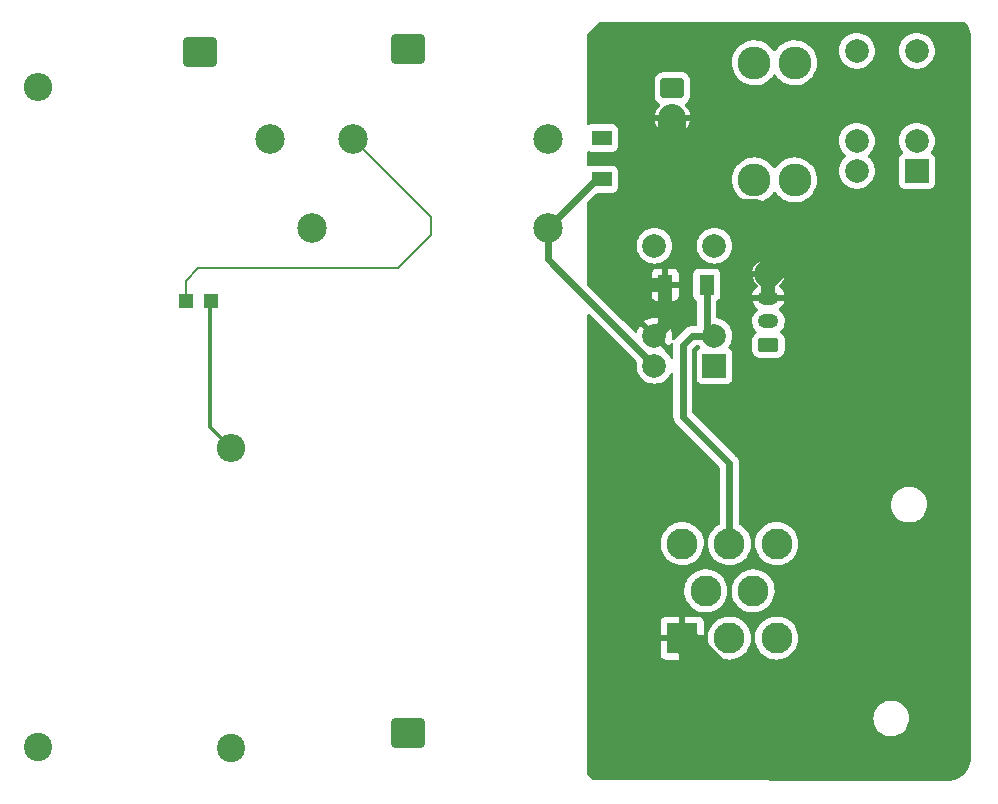
<source format=gbr>
%TF.GenerationSoftware,KiCad,Pcbnew,(6.0.1)*%
%TF.CreationDate,2022-11-29T11:43:40-05:00*%
%TF.ProjectId,pacman,7061636d-616e-42e6-9b69-6361645f7063,rev?*%
%TF.SameCoordinates,Original*%
%TF.FileFunction,Copper,L2,Bot*%
%TF.FilePolarity,Positive*%
%FSLAX46Y46*%
G04 Gerber Fmt 4.6, Leading zero omitted, Abs format (unit mm)*
G04 Created by KiCad (PCBNEW (6.0.1)) date 2022-11-29 11:43:40*
%MOMM*%
%LPD*%
G01*
G04 APERTURE LIST*
G04 Aperture macros list*
%AMRoundRect*
0 Rectangle with rounded corners*
0 $1 Rounding radius*
0 $2 $3 $4 $5 $6 $7 $8 $9 X,Y pos of 4 corners*
0 Add a 4 corners polygon primitive as box body*
4,1,4,$2,$3,$4,$5,$6,$7,$8,$9,$2,$3,0*
0 Add four circle primitives for the rounded corners*
1,1,$1+$1,$2,$3*
1,1,$1+$1,$4,$5*
1,1,$1+$1,$6,$7*
1,1,$1+$1,$8,$9*
0 Add four rect primitives between the rounded corners*
20,1,$1+$1,$2,$3,$4,$5,0*
20,1,$1+$1,$4,$5,$6,$7,0*
20,1,$1+$1,$6,$7,$8,$9,0*
20,1,$1+$1,$8,$9,$2,$3,0*%
G04 Aperture macros list end*
%TA.AperFunction,ComponentPad*%
%ADD10RoundRect,0.250000X0.625000X-0.350000X0.625000X0.350000X-0.625000X0.350000X-0.625000X-0.350000X0*%
%TD*%
%TA.AperFunction,ComponentPad*%
%ADD11O,1.750000X1.200000*%
%TD*%
%TA.AperFunction,ComponentPad*%
%ADD12R,2.000000X2.000000*%
%TD*%
%TA.AperFunction,ComponentPad*%
%ADD13C,2.000000*%
%TD*%
%TA.AperFunction,ComponentPad*%
%ADD14C,2.500000*%
%TD*%
%TA.AperFunction,ComponentPad*%
%ADD15C,2.780000*%
%TD*%
%TA.AperFunction,ComponentPad*%
%ADD16RoundRect,0.250000X1.150000X-0.980000X1.150000X0.980000X-1.150000X0.980000X-1.150000X-0.980000X0*%
%TD*%
%TA.AperFunction,ComponentPad*%
%ADD17RoundRect,0.250000X-0.750000X0.600000X-0.750000X-0.600000X0.750000X-0.600000X0.750000X0.600000X0*%
%TD*%
%TA.AperFunction,ComponentPad*%
%ADD18O,2.000000X1.700000*%
%TD*%
%TA.AperFunction,ComponentPad*%
%ADD19C,2.400000*%
%TD*%
%TA.AperFunction,ComponentPad*%
%ADD20O,2.400000X2.400000*%
%TD*%
%TA.AperFunction,SMDPad,CuDef*%
%ADD21R,1.700000X1.300000*%
%TD*%
%TA.AperFunction,SMDPad,CuDef*%
%ADD22R,1.300000X1.700000*%
%TD*%
%TA.AperFunction,ComponentPad*%
%ADD23R,2.625000X2.625000*%
%TD*%
%TA.AperFunction,ComponentPad*%
%ADD24C,2.625000*%
%TD*%
%TA.AperFunction,SMDPad,CuDef*%
%ADD25R,1.200000X1.200000*%
%TD*%
%TA.AperFunction,ViaPad*%
%ADD26C,0.800000*%
%TD*%
%TA.AperFunction,Conductor*%
%ADD27C,0.200000*%
%TD*%
%TA.AperFunction,Conductor*%
%ADD28C,0.360000*%
%TD*%
%TA.AperFunction,Conductor*%
%ADD29C,0.600000*%
%TD*%
%TA.AperFunction,Conductor*%
%ADD30C,2.400000*%
%TD*%
%TA.AperFunction,Conductor*%
%ADD31C,1.200000*%
%TD*%
G04 APERTURE END LIST*
D10*
%TO.P,J9,1,Pin_1*%
%TO.N,/AIR_B-*%
X186182000Y-78105000D03*
D11*
%TO.P,J9,2,Pin_2*%
%TO.N,/AIR_B+*%
X186182000Y-76105000D03*
%TO.P,J9,3,Pin_3*%
%TO.N,GND*%
X186182000Y-74105000D03*
%TO.P,J9,4,Pin_4*%
X186182000Y-72105000D03*
%TD*%
D12*
%TO.P,K3,1*%
%TO.N,unconnected-(K3-Pad1)*%
X198749500Y-63377500D03*
D13*
%TO.P,K3,2*%
%TO.N,+12V*%
X198749500Y-60837500D03*
%TO.P,K3,5*%
X198749500Y-53217500D03*
%TO.P,K3,6*%
X193669500Y-53217500D03*
%TO.P,K3,9*%
%TO.N,/BMS_FAN*%
X193669500Y-60837500D03*
%TO.P,K3,10*%
%TO.N,/FAN_OUT*%
X193669500Y-63377500D03*
%TD*%
D14*
%TO.P,K1,1*%
%TO.N,/INT-*%
X151013000Y-60706000D03*
%TO.P,K1,2*%
%TO.N,/AIR_B-*%
X167513000Y-68206000D03*
%TO.P,K1,5*%
%TO.N,Net-(K1-Pad5)*%
X147513000Y-68206000D03*
%TO.P,K1,9*%
%TO.N,Net-(D3-Pad2)*%
X167513000Y-60706000D03*
%TO.P,K1,10*%
%TO.N,/B+*%
X144013000Y-60706000D03*
%TD*%
D15*
%TO.P,F3,1*%
%TO.N,/FAN_OUT*%
X188390000Y-64142000D03*
X184990000Y-64142000D03*
%TO.P,F3,2*%
%TO.N,Net-(F3-Pad2)*%
X184990000Y-54222000D03*
X188390000Y-54222000D03*
%TD*%
D16*
%TO.P,J3,1,Pin_1*%
%TO.N,/INT+*%
X155702000Y-110998000D03*
%TD*%
D17*
%TO.P,J6,1,Pin_1*%
%TO.N,Net-(F3-Pad2)*%
X178054000Y-56388000D03*
D18*
%TO.P,J6,2,Pin_2*%
%TO.N,GND*%
X178054000Y-58888000D03*
%TD*%
D19*
%TO.P,R3,1*%
%TO.N,/INT+*%
X124333000Y-112141000D03*
D20*
%TO.P,R3,2*%
%TO.N,Net-(K1-Pad5)*%
X124333000Y-56261000D03*
%TD*%
D16*
%TO.P,J4,1,Pin_1*%
%TO.N,/B+*%
X138049000Y-53340000D03*
%TD*%
%TO.P,J5,1,Pin_1*%
%TO.N,/INT-*%
X155702000Y-53086000D03*
%TD*%
D12*
%TO.P,K2,1*%
%TO.N,unconnected-(K2-Pad1)*%
X181610000Y-79883000D03*
D13*
%TO.P,K2,2*%
%TO.N,/MAIN_CONT*%
X181610000Y-77343000D03*
%TO.P,K2,5*%
%TO.N,/AIR_B+*%
X181610000Y-69723000D03*
%TO.P,K2,6*%
X176530000Y-69723000D03*
%TO.P,K2,9*%
%TO.N,GND*%
X176530000Y-77343000D03*
%TO.P,K2,10*%
%TO.N,/AIR_B-*%
X176530000Y-79883000D03*
%TD*%
D21*
%TO.P,D3,1,K*%
%TO.N,/AIR_B-*%
X172085000Y-64100000D03*
%TO.P,D3,2,A*%
%TO.N,Net-(D3-Pad2)*%
X172085000Y-60600000D03*
%TD*%
D22*
%TO.P,D4,1,K*%
%TO.N,/MAIN_CONT*%
X180952500Y-73020500D03*
%TO.P,D4,2,A*%
%TO.N,GND*%
X177452500Y-73020500D03*
%TD*%
D23*
%TO.P,J1,1,Pin_1*%
%TO.N,GND*%
X178880000Y-102933000D03*
D24*
%TO.P,J1,2,Pin_2*%
%TO.N,/BMS_FAN*%
X182880000Y-102933000D03*
%TO.P,J1,3,Pin_3*%
%TO.N,+12V*%
X186880000Y-102933000D03*
%TO.P,J1,4,Pin_4*%
%TO.N,/PRECHARGE*%
X180880000Y-98933000D03*
%TO.P,J1,5,Pin_5*%
%TO.N,unconnected-(J1-Pad5)*%
X184880000Y-98933000D03*
%TO.P,J1,6,Pin_6*%
%TO.N,/AIR_B-*%
X178880000Y-94933000D03*
%TO.P,J1,7,Pin_7*%
%TO.N,/MAIN_CONT*%
X182880000Y-94933000D03*
%TO.P,J1,8,Pin_8*%
%TO.N,unconnected-(J1-Pad8)*%
X186880000Y-94933000D03*
%TD*%
D19*
%TO.P,R1,1*%
%TO.N,/INT+*%
X140716000Y-112268000D03*
D20*
%TO.P,R1,2*%
%TO.N,Net-(D1-Pad2)*%
X140716000Y-86868000D03*
%TD*%
D25*
%TO.P,D1,1,K*%
%TO.N,/INT-*%
X136872000Y-74422000D03*
%TO.P,D1,2,A*%
%TO.N,Net-(D1-Pad2)*%
X138972000Y-74422000D03*
%TD*%
D26*
%TO.N,Net-(D3-Pad2)*%
X171958000Y-60452000D03*
%TO.N,GND*%
X190070606Y-81506194D03*
%TD*%
D27*
%TO.N,/INT-*%
X136872000Y-72678000D02*
X137922000Y-71628000D01*
X154813000Y-71628000D02*
X157607000Y-68834000D01*
X137922000Y-71628000D02*
X154813000Y-71628000D01*
X157607000Y-68834000D02*
X157607000Y-67300000D01*
X136872000Y-74422000D02*
X136872000Y-72678000D01*
X157607000Y-67300000D02*
X151013000Y-60706000D01*
D28*
%TO.N,Net-(D1-Pad2)*%
X138938000Y-85090000D02*
X140716000Y-86868000D01*
X138938000Y-74563000D02*
X138938000Y-85090000D01*
D29*
%TO.N,/MAIN_CONT*%
X179705000Y-77343000D02*
X178943000Y-78105000D01*
X182880000Y-88138000D02*
X182880000Y-94933000D01*
X180952500Y-73020500D02*
X180952500Y-76685500D01*
X180952500Y-76685500D02*
X181610000Y-77343000D01*
X178943000Y-84201000D02*
X182880000Y-88138000D01*
X178943000Y-78105000D02*
X178943000Y-84201000D01*
X181610000Y-77343000D02*
X179705000Y-77343000D01*
D30*
%TO.N,GND*%
X187960000Y-106095800D02*
X182042800Y-106095800D01*
X181435200Y-66932000D02*
X185016600Y-66932000D01*
X182042800Y-106095800D02*
X178880000Y-102933000D01*
X193446400Y-100609400D02*
X187960000Y-106095800D01*
D29*
X191211200Y-80365600D02*
X193446400Y-80365600D01*
D31*
X186182000Y-74105000D02*
X186182000Y-72105000D01*
D30*
X178054000Y-63550800D02*
X181435200Y-66932000D01*
X193446400Y-75361800D02*
X193446400Y-80365600D01*
X178054000Y-58888000D02*
X178054000Y-63550800D01*
D31*
X173939200Y-67665600D02*
X173939200Y-71357200D01*
D30*
X185016600Y-66932000D02*
X187248800Y-69164200D01*
D31*
X178054000Y-63550800D02*
X173939200Y-67665600D01*
X175602500Y-73020500D02*
X177452500Y-73020500D01*
D29*
X190070606Y-81506194D02*
X191211200Y-80365600D01*
D30*
X193446400Y-80365600D02*
X193446400Y-100609400D01*
X187248800Y-71038200D02*
X186182000Y-72105000D01*
D31*
X177452500Y-73020500D02*
X177452500Y-76420500D01*
X173939200Y-71357200D02*
X175602500Y-73020500D01*
D30*
X187248800Y-69164200D02*
X187248800Y-71038200D01*
D31*
X177452500Y-76420500D02*
X176530000Y-77343000D01*
D30*
X187248800Y-69164200D02*
X193446400Y-75361800D01*
D29*
%TO.N,/AIR_B-*%
X167513000Y-70866000D02*
X167513000Y-68206000D01*
X167513000Y-68206000D02*
X171619000Y-64100000D01*
X176530000Y-79883000D02*
X167513000Y-70866000D01*
X171619000Y-64100000D02*
X172085000Y-64100000D01*
%TD*%
%TA.AperFunction,Conductor*%
%TO.N,GND*%
G36*
X202879930Y-50820002D02*
G01*
X202908432Y-50845130D01*
X202923618Y-50863274D01*
X202932996Y-50876028D01*
X203063660Y-51079371D01*
X203071356Y-51093185D01*
X203175489Y-51311315D01*
X203181396Y-51325998D01*
X203257346Y-51555455D01*
X203261367Y-51570769D01*
X203307939Y-51807933D01*
X203310008Y-51823632D01*
X203324148Y-52030795D01*
X203323134Y-52055807D01*
X203323122Y-52057564D01*
X203321788Y-52066439D01*
X203322999Y-52075333D01*
X203325848Y-52096259D01*
X203327000Y-52113257D01*
X203327000Y-112980672D01*
X203325500Y-113000056D01*
X203321814Y-113023730D01*
X203323941Y-113039999D01*
X203324734Y-113064567D01*
X203310156Y-113286985D01*
X203308005Y-113303326D01*
X203259371Y-113547824D01*
X203255105Y-113563743D01*
X203174978Y-113799790D01*
X203168671Y-113815017D01*
X203058416Y-114038592D01*
X203050175Y-114052865D01*
X202911684Y-114260133D01*
X202901651Y-114273210D01*
X202737286Y-114460632D01*
X202725632Y-114472286D01*
X202538210Y-114636651D01*
X202525133Y-114646684D01*
X202317865Y-114785175D01*
X202303592Y-114793416D01*
X202080017Y-114903671D01*
X202064790Y-114909978D01*
X201828743Y-114990105D01*
X201812824Y-114994371D01*
X201568327Y-115043005D01*
X201551986Y-115045156D01*
X201336732Y-115059264D01*
X201313696Y-115058239D01*
X201310144Y-115058196D01*
X201301270Y-115056814D01*
X201292368Y-115057978D01*
X201292365Y-115057978D01*
X201270764Y-115060803D01*
X201254024Y-115061866D01*
X171390241Y-114966385D01*
X171322185Y-114946166D01*
X171301543Y-114929476D01*
X170852035Y-114479910D01*
X170818014Y-114417595D01*
X170815136Y-114390804D01*
X170815292Y-113183082D01*
X170815332Y-112876639D01*
X170815731Y-109785817D01*
X195067514Y-109785817D01*
X195068095Y-109790837D01*
X195068095Y-109790841D01*
X195083923Y-109927631D01*
X195095415Y-110026956D01*
X195096791Y-110031820D01*
X195096792Y-110031823D01*
X195142476Y-110193266D01*
X195161510Y-110260532D01*
X195163644Y-110265108D01*
X195163646Y-110265114D01*
X195220446Y-110386922D01*
X195264099Y-110480536D01*
X195400544Y-110681307D01*
X195567332Y-110857681D01*
X195571358Y-110860759D01*
X195571359Y-110860760D01*
X195756154Y-111002047D01*
X195756158Y-111002050D01*
X195760174Y-111005120D01*
X195974109Y-111119831D01*
X196203631Y-111198862D01*
X196302978Y-111216022D01*
X196438926Y-111239504D01*
X196438932Y-111239505D01*
X196442836Y-111240179D01*
X196446797Y-111240359D01*
X196446798Y-111240359D01*
X196470506Y-111241436D01*
X196470525Y-111241436D01*
X196471925Y-111241500D01*
X196641001Y-111241500D01*
X196643509Y-111241298D01*
X196643514Y-111241298D01*
X196816924Y-111227346D01*
X196816929Y-111227345D01*
X196821965Y-111226940D01*
X196826873Y-111225734D01*
X196826876Y-111225734D01*
X197052792Y-111170244D01*
X197057706Y-111169037D01*
X197062358Y-111167062D01*
X197062362Y-111167061D01*
X197276498Y-111076165D01*
X197281156Y-111074188D01*
X197387037Y-111007511D01*
X197482288Y-110947528D01*
X197482291Y-110947526D01*
X197486567Y-110944833D01*
X197585422Y-110857681D01*
X197664858Y-110787650D01*
X197664861Y-110787647D01*
X197668655Y-110784302D01*
X197822734Y-110596722D01*
X197944841Y-110386922D01*
X198031833Y-110160298D01*
X198081474Y-109922680D01*
X198092486Y-109680183D01*
X198077235Y-109548373D01*
X198065167Y-109444071D01*
X198065166Y-109444067D01*
X198064585Y-109439044D01*
X198025517Y-109300978D01*
X197999866Y-109210331D01*
X197998490Y-109205468D01*
X197996356Y-109200892D01*
X197996354Y-109200886D01*
X197898038Y-108990046D01*
X197898036Y-108990042D01*
X197895901Y-108985464D01*
X197759456Y-108784693D01*
X197592668Y-108608319D01*
X197588641Y-108605240D01*
X197403846Y-108463953D01*
X197403842Y-108463950D01*
X197399826Y-108460880D01*
X197185891Y-108346169D01*
X196956369Y-108267138D01*
X196857022Y-108249978D01*
X196721074Y-108226496D01*
X196721068Y-108226495D01*
X196717164Y-108225821D01*
X196713203Y-108225641D01*
X196713202Y-108225641D01*
X196689494Y-108224564D01*
X196689475Y-108224564D01*
X196688075Y-108224500D01*
X196518999Y-108224500D01*
X196516491Y-108224702D01*
X196516486Y-108224702D01*
X196343076Y-108238654D01*
X196343071Y-108238655D01*
X196338035Y-108239060D01*
X196333127Y-108240266D01*
X196333124Y-108240266D01*
X196217007Y-108268787D01*
X196102294Y-108296963D01*
X196097642Y-108298938D01*
X196097638Y-108298939D01*
X195990252Y-108344522D01*
X195878844Y-108391812D01*
X195874560Y-108394510D01*
X195677712Y-108518472D01*
X195677709Y-108518474D01*
X195673433Y-108521167D01*
X195669639Y-108524512D01*
X195495142Y-108678350D01*
X195495139Y-108678353D01*
X195491345Y-108681698D01*
X195337266Y-108869278D01*
X195215159Y-109079078D01*
X195128167Y-109305702D01*
X195078526Y-109543320D01*
X195067514Y-109785817D01*
X170815731Y-109785817D01*
X170816441Y-104290169D01*
X177059501Y-104290169D01*
X177059871Y-104296990D01*
X177065395Y-104347852D01*
X177069021Y-104363104D01*
X177114176Y-104483554D01*
X177122714Y-104499149D01*
X177199215Y-104601224D01*
X177211776Y-104613785D01*
X177313851Y-104690286D01*
X177329446Y-104698824D01*
X177449894Y-104743978D01*
X177465149Y-104747605D01*
X177516014Y-104753131D01*
X177522828Y-104753500D01*
X178607885Y-104753500D01*
X178623124Y-104749025D01*
X178624329Y-104747635D01*
X178626000Y-104739952D01*
X178626000Y-104735384D01*
X179134000Y-104735384D01*
X179138475Y-104750623D01*
X179139865Y-104751828D01*
X179147548Y-104753499D01*
X180237169Y-104753499D01*
X180243990Y-104753129D01*
X180294852Y-104747605D01*
X180310104Y-104743979D01*
X180430554Y-104698824D01*
X180446149Y-104690286D01*
X180548224Y-104613785D01*
X180560785Y-104601224D01*
X180637286Y-104499149D01*
X180645824Y-104483554D01*
X180690978Y-104363106D01*
X180694605Y-104347851D01*
X180700131Y-104296986D01*
X180700500Y-104290172D01*
X180700500Y-103205115D01*
X180696025Y-103189876D01*
X180694635Y-103188671D01*
X180686952Y-103187000D01*
X179152115Y-103187000D01*
X179136876Y-103191475D01*
X179135671Y-103192865D01*
X179134000Y-103200548D01*
X179134000Y-104735384D01*
X178626000Y-104735384D01*
X178626000Y-103205115D01*
X178621525Y-103189876D01*
X178620135Y-103188671D01*
X178612452Y-103187000D01*
X177077616Y-103187000D01*
X177062377Y-103191475D01*
X177061172Y-103192865D01*
X177059501Y-103200548D01*
X177059501Y-104290169D01*
X170816441Y-104290169D01*
X170816623Y-102885198D01*
X181054520Y-102885198D01*
X181067506Y-103155546D01*
X181120309Y-103421006D01*
X181121888Y-103425404D01*
X181121890Y-103425411D01*
X181170871Y-103561833D01*
X181211769Y-103675744D01*
X181339878Y-103914166D01*
X181501820Y-104131033D01*
X181505129Y-104134313D01*
X181505134Y-104134319D01*
X181669227Y-104296986D01*
X181694039Y-104321582D01*
X181697801Y-104324340D01*
X181697804Y-104324343D01*
X181750670Y-104363106D01*
X181912311Y-104481626D01*
X181916442Y-104483800D01*
X181916443Y-104483800D01*
X182147707Y-104605474D01*
X182147713Y-104605476D01*
X182151842Y-104607649D01*
X182156249Y-104609188D01*
X182156256Y-104609191D01*
X182388478Y-104690286D01*
X182407369Y-104696883D01*
X182426499Y-104700515D01*
X182668690Y-104746497D01*
X182668693Y-104746497D01*
X182673279Y-104747368D01*
X182801855Y-104752420D01*
X182939062Y-104757811D01*
X182939067Y-104757811D01*
X182943730Y-104757994D01*
X183071700Y-104743979D01*
X183208128Y-104729038D01*
X183208133Y-104729037D01*
X183212781Y-104728528D01*
X183217305Y-104727337D01*
X183469999Y-104660808D01*
X183470001Y-104660807D01*
X183474522Y-104659617D01*
X183478819Y-104657771D01*
X183718908Y-104554621D01*
X183718910Y-104554620D01*
X183723202Y-104552776D01*
X183842642Y-104478864D01*
X183949385Y-104412810D01*
X183949389Y-104412807D01*
X183953358Y-104410351D01*
X184054955Y-104324343D01*
X184156368Y-104238491D01*
X184156370Y-104238489D01*
X184159935Y-104235471D01*
X184338393Y-104031978D01*
X184484813Y-103804342D01*
X184595978Y-103557565D01*
X184669446Y-103297067D01*
X184703603Y-103028571D01*
X184706106Y-102933000D01*
X184702554Y-102885198D01*
X185054520Y-102885198D01*
X185067506Y-103155546D01*
X185120309Y-103421006D01*
X185121888Y-103425404D01*
X185121890Y-103425411D01*
X185170871Y-103561833D01*
X185211769Y-103675744D01*
X185339878Y-103914166D01*
X185501820Y-104131033D01*
X185505129Y-104134313D01*
X185505134Y-104134319D01*
X185669227Y-104296986D01*
X185694039Y-104321582D01*
X185697801Y-104324340D01*
X185697804Y-104324343D01*
X185750670Y-104363106D01*
X185912311Y-104481626D01*
X185916442Y-104483800D01*
X185916443Y-104483800D01*
X186147707Y-104605474D01*
X186147713Y-104605476D01*
X186151842Y-104607649D01*
X186156249Y-104609188D01*
X186156256Y-104609191D01*
X186388478Y-104690286D01*
X186407369Y-104696883D01*
X186426499Y-104700515D01*
X186668690Y-104746497D01*
X186668693Y-104746497D01*
X186673279Y-104747368D01*
X186801855Y-104752420D01*
X186939062Y-104757811D01*
X186939067Y-104757811D01*
X186943730Y-104757994D01*
X187071700Y-104743979D01*
X187208128Y-104729038D01*
X187208133Y-104729037D01*
X187212781Y-104728528D01*
X187217305Y-104727337D01*
X187469999Y-104660808D01*
X187470001Y-104660807D01*
X187474522Y-104659617D01*
X187478819Y-104657771D01*
X187718908Y-104554621D01*
X187718910Y-104554620D01*
X187723202Y-104552776D01*
X187842642Y-104478864D01*
X187949385Y-104412810D01*
X187949389Y-104412807D01*
X187953358Y-104410351D01*
X188054955Y-104324343D01*
X188156368Y-104238491D01*
X188156370Y-104238489D01*
X188159935Y-104235471D01*
X188338393Y-104031978D01*
X188484813Y-103804342D01*
X188595978Y-103557565D01*
X188669446Y-103297067D01*
X188703603Y-103028571D01*
X188706106Y-102933000D01*
X188686048Y-102663084D01*
X188626314Y-102399098D01*
X188528216Y-102146841D01*
X188393910Y-101911854D01*
X188226347Y-101699301D01*
X188029206Y-101513849D01*
X187817309Y-101366851D01*
X187810657Y-101362236D01*
X187810652Y-101362233D01*
X187806819Y-101359574D01*
X187758716Y-101335852D01*
X187568259Y-101241929D01*
X187568256Y-101241928D01*
X187564071Y-101239864D01*
X187505847Y-101221226D01*
X187310741Y-101158772D01*
X187310743Y-101158772D01*
X187306296Y-101157349D01*
X187142147Y-101130616D01*
X187043768Y-101114594D01*
X187043767Y-101114594D01*
X187039156Y-101113843D01*
X186903837Y-101112071D01*
X186773196Y-101110361D01*
X186773193Y-101110361D01*
X186768519Y-101110300D01*
X186500331Y-101146799D01*
X186495845Y-101148107D01*
X186495843Y-101148107D01*
X186464135Y-101157349D01*
X186240484Y-101222537D01*
X185994686Y-101335852D01*
X185990777Y-101338415D01*
X185772250Y-101481687D01*
X185772245Y-101481691D01*
X185768337Y-101484253D01*
X185566409Y-101664480D01*
X185393339Y-101872575D01*
X185252928Y-102103965D01*
X185251119Y-102108279D01*
X185251118Y-102108281D01*
X185233123Y-102151195D01*
X185148260Y-102353568D01*
X185081637Y-102615900D01*
X185054520Y-102885198D01*
X184702554Y-102885198D01*
X184686048Y-102663084D01*
X184626314Y-102399098D01*
X184528216Y-102146841D01*
X184393910Y-101911854D01*
X184226347Y-101699301D01*
X184029206Y-101513849D01*
X183817309Y-101366851D01*
X183810657Y-101362236D01*
X183810652Y-101362233D01*
X183806819Y-101359574D01*
X183758716Y-101335852D01*
X183568259Y-101241929D01*
X183568256Y-101241928D01*
X183564071Y-101239864D01*
X183505847Y-101221226D01*
X183310741Y-101158772D01*
X183310743Y-101158772D01*
X183306296Y-101157349D01*
X183142147Y-101130616D01*
X183043768Y-101114594D01*
X183043767Y-101114594D01*
X183039156Y-101113843D01*
X182903837Y-101112071D01*
X182773196Y-101110361D01*
X182773193Y-101110361D01*
X182768519Y-101110300D01*
X182500331Y-101146799D01*
X182495845Y-101148107D01*
X182495843Y-101148107D01*
X182464135Y-101157349D01*
X182240484Y-101222537D01*
X181994686Y-101335852D01*
X181990777Y-101338415D01*
X181772250Y-101481687D01*
X181772245Y-101481691D01*
X181768337Y-101484253D01*
X181566409Y-101664480D01*
X181393339Y-101872575D01*
X181252928Y-102103965D01*
X181251119Y-102108279D01*
X181251118Y-102108281D01*
X181233123Y-102151195D01*
X181148260Y-102353568D01*
X181081637Y-102615900D01*
X181054520Y-102885198D01*
X170816623Y-102885198D01*
X170816652Y-102660885D01*
X177059500Y-102660885D01*
X177063975Y-102676124D01*
X177065365Y-102677329D01*
X177073048Y-102679000D01*
X178607885Y-102679000D01*
X178623124Y-102674525D01*
X178624329Y-102673135D01*
X178626000Y-102665452D01*
X178626000Y-102660885D01*
X179134000Y-102660885D01*
X179138475Y-102676124D01*
X179139865Y-102677329D01*
X179147548Y-102679000D01*
X180682384Y-102679000D01*
X180697623Y-102674525D01*
X180698828Y-102673135D01*
X180700499Y-102665452D01*
X180700499Y-101575831D01*
X180700129Y-101569010D01*
X180694605Y-101518148D01*
X180690979Y-101502896D01*
X180645824Y-101382446D01*
X180637286Y-101366851D01*
X180560785Y-101264776D01*
X180548224Y-101252215D01*
X180446149Y-101175714D01*
X180430554Y-101167176D01*
X180310106Y-101122022D01*
X180294851Y-101118395D01*
X180243986Y-101112869D01*
X180237172Y-101112500D01*
X179152115Y-101112500D01*
X179136876Y-101116975D01*
X179135671Y-101118365D01*
X179134000Y-101126048D01*
X179134000Y-102660885D01*
X178626000Y-102660885D01*
X178626000Y-101130616D01*
X178621525Y-101115377D01*
X178620135Y-101114172D01*
X178612452Y-101112501D01*
X177522831Y-101112501D01*
X177516010Y-101112871D01*
X177465148Y-101118395D01*
X177449896Y-101122021D01*
X177329446Y-101167176D01*
X177313851Y-101175714D01*
X177211776Y-101252215D01*
X177199215Y-101264776D01*
X177122714Y-101366851D01*
X177114176Y-101382446D01*
X177069022Y-101502894D01*
X177065395Y-101518149D01*
X177059869Y-101569014D01*
X177059500Y-101575828D01*
X177059500Y-102660885D01*
X170816652Y-102660885D01*
X170817140Y-98885198D01*
X179054520Y-98885198D01*
X179067506Y-99155546D01*
X179120309Y-99421006D01*
X179121888Y-99425404D01*
X179121890Y-99425411D01*
X179170871Y-99561833D01*
X179211769Y-99675744D01*
X179339878Y-99914166D01*
X179501820Y-100131033D01*
X179505129Y-100134313D01*
X179505134Y-100134319D01*
X179690722Y-100318294D01*
X179694039Y-100321582D01*
X179697801Y-100324340D01*
X179697804Y-100324343D01*
X179810988Y-100407333D01*
X179912311Y-100481626D01*
X179916442Y-100483800D01*
X179916443Y-100483800D01*
X180147707Y-100605474D01*
X180147713Y-100605476D01*
X180151842Y-100607649D01*
X180156249Y-100609188D01*
X180156256Y-100609191D01*
X180402953Y-100695341D01*
X180407369Y-100696883D01*
X180411962Y-100697755D01*
X180668690Y-100746497D01*
X180668693Y-100746497D01*
X180673279Y-100747368D01*
X180801855Y-100752420D01*
X180939062Y-100757811D01*
X180939067Y-100757811D01*
X180943730Y-100757994D01*
X181048708Y-100746497D01*
X181208128Y-100729038D01*
X181208133Y-100729037D01*
X181212781Y-100728528D01*
X181217305Y-100727337D01*
X181469999Y-100660808D01*
X181470001Y-100660807D01*
X181474522Y-100659617D01*
X181591892Y-100609191D01*
X181718908Y-100554621D01*
X181718910Y-100554620D01*
X181723202Y-100552776D01*
X181842642Y-100478864D01*
X181949385Y-100412810D01*
X181949389Y-100412807D01*
X181953358Y-100410351D01*
X182054955Y-100324343D01*
X182156368Y-100238491D01*
X182156370Y-100238489D01*
X182159935Y-100235471D01*
X182338393Y-100031978D01*
X182484813Y-99804342D01*
X182595978Y-99557565D01*
X182669446Y-99297067D01*
X182703603Y-99028571D01*
X182706106Y-98933000D01*
X182702554Y-98885198D01*
X183054520Y-98885198D01*
X183067506Y-99155546D01*
X183120309Y-99421006D01*
X183121888Y-99425404D01*
X183121890Y-99425411D01*
X183170871Y-99561833D01*
X183211769Y-99675744D01*
X183339878Y-99914166D01*
X183501820Y-100131033D01*
X183505129Y-100134313D01*
X183505134Y-100134319D01*
X183690722Y-100318294D01*
X183694039Y-100321582D01*
X183697801Y-100324340D01*
X183697804Y-100324343D01*
X183810988Y-100407333D01*
X183912311Y-100481626D01*
X183916442Y-100483800D01*
X183916443Y-100483800D01*
X184147707Y-100605474D01*
X184147713Y-100605476D01*
X184151842Y-100607649D01*
X184156249Y-100609188D01*
X184156256Y-100609191D01*
X184402953Y-100695341D01*
X184407369Y-100696883D01*
X184411962Y-100697755D01*
X184668690Y-100746497D01*
X184668693Y-100746497D01*
X184673279Y-100747368D01*
X184801855Y-100752420D01*
X184939062Y-100757811D01*
X184939067Y-100757811D01*
X184943730Y-100757994D01*
X185048708Y-100746497D01*
X185208128Y-100729038D01*
X185208133Y-100729037D01*
X185212781Y-100728528D01*
X185217305Y-100727337D01*
X185469999Y-100660808D01*
X185470001Y-100660807D01*
X185474522Y-100659617D01*
X185591892Y-100609191D01*
X185718908Y-100554621D01*
X185718910Y-100554620D01*
X185723202Y-100552776D01*
X185842642Y-100478864D01*
X185949385Y-100412810D01*
X185949389Y-100412807D01*
X185953358Y-100410351D01*
X186054955Y-100324343D01*
X186156368Y-100238491D01*
X186156370Y-100238489D01*
X186159935Y-100235471D01*
X186338393Y-100031978D01*
X186484813Y-99804342D01*
X186595978Y-99557565D01*
X186669446Y-99297067D01*
X186703603Y-99028571D01*
X186706106Y-98933000D01*
X186686048Y-98663084D01*
X186626314Y-98399098D01*
X186528216Y-98146841D01*
X186393910Y-97911854D01*
X186226347Y-97699301D01*
X186029206Y-97513849D01*
X185903252Y-97426471D01*
X185810657Y-97362236D01*
X185810652Y-97362233D01*
X185806819Y-97359574D01*
X185758716Y-97335852D01*
X185568259Y-97241929D01*
X185568256Y-97241928D01*
X185564071Y-97239864D01*
X185505847Y-97221226D01*
X185310741Y-97158772D01*
X185310743Y-97158772D01*
X185306296Y-97157349D01*
X185159860Y-97133501D01*
X185043768Y-97114594D01*
X185043767Y-97114594D01*
X185039156Y-97113843D01*
X184903838Y-97112072D01*
X184773196Y-97110361D01*
X184773193Y-97110361D01*
X184768519Y-97110300D01*
X184500331Y-97146799D01*
X184495845Y-97148107D01*
X184495843Y-97148107D01*
X184464135Y-97157349D01*
X184240484Y-97222537D01*
X183994686Y-97335852D01*
X183990777Y-97338415D01*
X183772250Y-97481687D01*
X183772245Y-97481691D01*
X183768337Y-97484253D01*
X183566409Y-97664480D01*
X183393339Y-97872575D01*
X183252928Y-98103965D01*
X183251119Y-98108279D01*
X183251118Y-98108281D01*
X183233123Y-98151195D01*
X183148260Y-98353568D01*
X183081637Y-98615900D01*
X183054520Y-98885198D01*
X182702554Y-98885198D01*
X182686048Y-98663084D01*
X182626314Y-98399098D01*
X182528216Y-98146841D01*
X182393910Y-97911854D01*
X182226347Y-97699301D01*
X182029206Y-97513849D01*
X181903252Y-97426471D01*
X181810657Y-97362236D01*
X181810652Y-97362233D01*
X181806819Y-97359574D01*
X181758716Y-97335852D01*
X181568259Y-97241929D01*
X181568256Y-97241928D01*
X181564071Y-97239864D01*
X181505847Y-97221226D01*
X181310741Y-97158772D01*
X181310743Y-97158772D01*
X181306296Y-97157349D01*
X181159860Y-97133501D01*
X181043768Y-97114594D01*
X181043767Y-97114594D01*
X181039156Y-97113843D01*
X180903838Y-97112072D01*
X180773196Y-97110361D01*
X180773193Y-97110361D01*
X180768519Y-97110300D01*
X180500331Y-97146799D01*
X180495845Y-97148107D01*
X180495843Y-97148107D01*
X180464135Y-97157349D01*
X180240484Y-97222537D01*
X179994686Y-97335852D01*
X179990777Y-97338415D01*
X179772250Y-97481687D01*
X179772245Y-97481691D01*
X179768337Y-97484253D01*
X179566409Y-97664480D01*
X179393339Y-97872575D01*
X179252928Y-98103965D01*
X179251119Y-98108279D01*
X179251118Y-98108281D01*
X179233123Y-98151195D01*
X179148260Y-98353568D01*
X179081637Y-98615900D01*
X179054520Y-98885198D01*
X170817140Y-98885198D01*
X170817657Y-94885198D01*
X177054520Y-94885198D01*
X177067506Y-95155546D01*
X177120309Y-95421006D01*
X177121888Y-95425404D01*
X177121890Y-95425411D01*
X177170871Y-95561833D01*
X177211769Y-95675744D01*
X177339878Y-95914166D01*
X177501820Y-96131033D01*
X177505129Y-96134313D01*
X177505134Y-96134319D01*
X177690722Y-96318294D01*
X177694039Y-96321582D01*
X177697801Y-96324340D01*
X177697804Y-96324343D01*
X177810988Y-96407333D01*
X177912311Y-96481626D01*
X177916442Y-96483800D01*
X177916443Y-96483800D01*
X178147707Y-96605474D01*
X178147713Y-96605476D01*
X178151842Y-96607649D01*
X178156249Y-96609188D01*
X178156256Y-96609191D01*
X178402953Y-96695341D01*
X178407369Y-96696883D01*
X178411962Y-96697755D01*
X178668690Y-96746497D01*
X178668693Y-96746497D01*
X178673279Y-96747368D01*
X178801855Y-96752420D01*
X178939062Y-96757811D01*
X178939067Y-96757811D01*
X178943730Y-96757994D01*
X179048708Y-96746497D01*
X179208128Y-96729038D01*
X179208133Y-96729037D01*
X179212781Y-96728528D01*
X179217305Y-96727337D01*
X179469999Y-96660808D01*
X179470001Y-96660807D01*
X179474522Y-96659617D01*
X179591892Y-96609191D01*
X179718908Y-96554621D01*
X179718910Y-96554620D01*
X179723202Y-96552776D01*
X179842642Y-96478864D01*
X179949385Y-96412810D01*
X179949389Y-96412807D01*
X179953358Y-96410351D01*
X180054955Y-96324343D01*
X180156368Y-96238491D01*
X180156370Y-96238489D01*
X180159935Y-96235471D01*
X180338393Y-96031978D01*
X180484813Y-95804342D01*
X180595978Y-95557565D01*
X180669446Y-95297067D01*
X180703603Y-95028571D01*
X180706106Y-94933000D01*
X180686048Y-94663084D01*
X180626314Y-94399098D01*
X180528216Y-94146841D01*
X180393910Y-93911854D01*
X180226347Y-93699301D01*
X180029206Y-93513849D01*
X179903252Y-93426471D01*
X179810657Y-93362236D01*
X179810652Y-93362233D01*
X179806819Y-93359574D01*
X179763913Y-93338415D01*
X179568259Y-93241929D01*
X179568256Y-93241928D01*
X179564071Y-93239864D01*
X179505847Y-93221226D01*
X179310741Y-93158772D01*
X179310743Y-93158772D01*
X179306296Y-93157349D01*
X179119576Y-93126940D01*
X179043768Y-93114594D01*
X179043767Y-93114594D01*
X179039156Y-93113843D01*
X178903837Y-93112071D01*
X178773196Y-93110361D01*
X178773193Y-93110361D01*
X178768519Y-93110300D01*
X178500331Y-93146799D01*
X178495845Y-93148107D01*
X178495843Y-93148107D01*
X178464135Y-93157349D01*
X178240484Y-93222537D01*
X177994686Y-93335852D01*
X177990777Y-93338415D01*
X177772250Y-93481687D01*
X177772245Y-93481691D01*
X177768337Y-93484253D01*
X177566409Y-93664480D01*
X177393339Y-93872575D01*
X177252928Y-94103965D01*
X177251119Y-94108279D01*
X177251118Y-94108281D01*
X177233123Y-94151195D01*
X177148260Y-94353568D01*
X177081637Y-94615900D01*
X177054520Y-94885198D01*
X170817657Y-94885198D01*
X170820147Y-75620712D01*
X170840158Y-75552595D01*
X170893820Y-75506109D01*
X170964095Y-75496014D01*
X171028672Y-75525515D01*
X171035242Y-75531634D01*
X175007723Y-79504114D01*
X175041749Y-79566426D01*
X175041146Y-79622625D01*
X175036621Y-79641471D01*
X175036620Y-79641479D01*
X175035465Y-79646289D01*
X175016835Y-79883000D01*
X175035465Y-80119711D01*
X175090895Y-80350594D01*
X175092788Y-80355165D01*
X175092789Y-80355167D01*
X175164521Y-80528343D01*
X175181760Y-80569963D01*
X175184346Y-80574183D01*
X175303241Y-80768202D01*
X175303245Y-80768208D01*
X175305824Y-80772416D01*
X175460031Y-80952969D01*
X175640584Y-81107176D01*
X175644792Y-81109755D01*
X175644798Y-81109759D01*
X175838817Y-81228654D01*
X175843037Y-81231240D01*
X175847607Y-81233133D01*
X175847611Y-81233135D01*
X176057833Y-81320211D01*
X176062406Y-81322105D01*
X176110349Y-81333615D01*
X176288476Y-81376380D01*
X176288482Y-81376381D01*
X176293289Y-81377535D01*
X176530000Y-81396165D01*
X176766711Y-81377535D01*
X176771518Y-81376381D01*
X176771524Y-81376380D01*
X176949651Y-81333615D01*
X176997594Y-81322105D01*
X177002167Y-81320211D01*
X177212389Y-81233135D01*
X177212393Y-81233133D01*
X177216963Y-81231240D01*
X177221183Y-81228654D01*
X177415202Y-81109759D01*
X177415208Y-81109755D01*
X177419416Y-81107176D01*
X177599969Y-80952969D01*
X177754176Y-80772416D01*
X177756755Y-80768208D01*
X177756759Y-80768202D01*
X177875654Y-80574183D01*
X177878240Y-80569963D01*
X177892091Y-80536524D01*
X177936640Y-80481243D01*
X178004003Y-80458822D01*
X178072794Y-80476380D01*
X178121173Y-80528343D01*
X178134500Y-80584742D01*
X178134500Y-84191786D01*
X178134493Y-84193106D01*
X178133549Y-84283221D01*
X178142711Y-84325597D01*
X178144769Y-84338163D01*
X178149603Y-84381255D01*
X178151919Y-84387906D01*
X178151920Y-84387910D01*
X178160633Y-84412930D01*
X178164796Y-84427742D01*
X178171881Y-84460510D01*
X178190208Y-84499813D01*
X178194990Y-84511589D01*
X178209255Y-84552552D01*
X178212989Y-84558527D01*
X178212990Y-84558530D01*
X178227027Y-84580995D01*
X178234366Y-84594512D01*
X178245559Y-84618514D01*
X178248538Y-84624902D01*
X178252855Y-84630467D01*
X178252856Y-84630469D01*
X178275106Y-84659153D01*
X178282402Y-84669612D01*
X178305374Y-84706376D01*
X178310334Y-84711371D01*
X178310335Y-84711372D01*
X178333976Y-84735179D01*
X178334561Y-84735804D01*
X178335078Y-84736470D01*
X178361068Y-84762460D01*
X178433185Y-84835082D01*
X178434222Y-84835740D01*
X178435451Y-84836843D01*
X182034595Y-88435987D01*
X182068621Y-88498299D01*
X182071500Y-88525082D01*
X182071500Y-93219783D01*
X182051498Y-93287904D01*
X182002433Y-93330567D01*
X182003021Y-93331628D01*
X181998932Y-93333894D01*
X181994686Y-93335852D01*
X181990777Y-93338415D01*
X181772250Y-93481687D01*
X181772245Y-93481691D01*
X181768337Y-93484253D01*
X181566409Y-93664480D01*
X181393339Y-93872575D01*
X181252928Y-94103965D01*
X181251119Y-94108279D01*
X181251118Y-94108281D01*
X181233123Y-94151195D01*
X181148260Y-94353568D01*
X181081637Y-94615900D01*
X181054520Y-94885198D01*
X181067506Y-95155546D01*
X181120309Y-95421006D01*
X181121888Y-95425404D01*
X181121890Y-95425411D01*
X181170871Y-95561833D01*
X181211769Y-95675744D01*
X181339878Y-95914166D01*
X181501820Y-96131033D01*
X181505129Y-96134313D01*
X181505134Y-96134319D01*
X181690722Y-96318294D01*
X181694039Y-96321582D01*
X181697801Y-96324340D01*
X181697804Y-96324343D01*
X181810988Y-96407333D01*
X181912311Y-96481626D01*
X181916442Y-96483800D01*
X181916443Y-96483800D01*
X182147707Y-96605474D01*
X182147713Y-96605476D01*
X182151842Y-96607649D01*
X182156249Y-96609188D01*
X182156256Y-96609191D01*
X182402953Y-96695341D01*
X182407369Y-96696883D01*
X182411962Y-96697755D01*
X182668690Y-96746497D01*
X182668693Y-96746497D01*
X182673279Y-96747368D01*
X182801855Y-96752420D01*
X182939062Y-96757811D01*
X182939067Y-96757811D01*
X182943730Y-96757994D01*
X183048708Y-96746497D01*
X183208128Y-96729038D01*
X183208133Y-96729037D01*
X183212781Y-96728528D01*
X183217305Y-96727337D01*
X183469999Y-96660808D01*
X183470001Y-96660807D01*
X183474522Y-96659617D01*
X183591892Y-96609191D01*
X183718908Y-96554621D01*
X183718910Y-96554620D01*
X183723202Y-96552776D01*
X183842642Y-96478864D01*
X183949385Y-96412810D01*
X183949389Y-96412807D01*
X183953358Y-96410351D01*
X184054955Y-96324343D01*
X184156368Y-96238491D01*
X184156370Y-96238489D01*
X184159935Y-96235471D01*
X184338393Y-96031978D01*
X184484813Y-95804342D01*
X184595978Y-95557565D01*
X184669446Y-95297067D01*
X184703603Y-95028571D01*
X184706106Y-94933000D01*
X184702554Y-94885198D01*
X185054520Y-94885198D01*
X185067506Y-95155546D01*
X185120309Y-95421006D01*
X185121888Y-95425404D01*
X185121890Y-95425411D01*
X185170871Y-95561833D01*
X185211769Y-95675744D01*
X185339878Y-95914166D01*
X185501820Y-96131033D01*
X185505129Y-96134313D01*
X185505134Y-96134319D01*
X185690722Y-96318294D01*
X185694039Y-96321582D01*
X185697801Y-96324340D01*
X185697804Y-96324343D01*
X185810988Y-96407333D01*
X185912311Y-96481626D01*
X185916442Y-96483800D01*
X185916443Y-96483800D01*
X186147707Y-96605474D01*
X186147713Y-96605476D01*
X186151842Y-96607649D01*
X186156249Y-96609188D01*
X186156256Y-96609191D01*
X186402953Y-96695341D01*
X186407369Y-96696883D01*
X186411962Y-96697755D01*
X186668690Y-96746497D01*
X186668693Y-96746497D01*
X186673279Y-96747368D01*
X186801855Y-96752420D01*
X186939062Y-96757811D01*
X186939067Y-96757811D01*
X186943730Y-96757994D01*
X187048708Y-96746497D01*
X187208128Y-96729038D01*
X187208133Y-96729037D01*
X187212781Y-96728528D01*
X187217305Y-96727337D01*
X187469999Y-96660808D01*
X187470001Y-96660807D01*
X187474522Y-96659617D01*
X187591892Y-96609191D01*
X187718908Y-96554621D01*
X187718910Y-96554620D01*
X187723202Y-96552776D01*
X187842642Y-96478864D01*
X187949385Y-96412810D01*
X187949389Y-96412807D01*
X187953358Y-96410351D01*
X188054955Y-96324343D01*
X188156368Y-96238491D01*
X188156370Y-96238489D01*
X188159935Y-96235471D01*
X188338393Y-96031978D01*
X188484813Y-95804342D01*
X188595978Y-95557565D01*
X188669446Y-95297067D01*
X188703603Y-95028571D01*
X188706106Y-94933000D01*
X188686048Y-94663084D01*
X188626314Y-94399098D01*
X188528216Y-94146841D01*
X188393910Y-93911854D01*
X188226347Y-93699301D01*
X188029206Y-93513849D01*
X187903252Y-93426471D01*
X187810657Y-93362236D01*
X187810652Y-93362233D01*
X187806819Y-93359574D01*
X187763913Y-93338415D01*
X187568259Y-93241929D01*
X187568256Y-93241928D01*
X187564071Y-93239864D01*
X187505847Y-93221226D01*
X187310741Y-93158772D01*
X187310743Y-93158772D01*
X187306296Y-93157349D01*
X187119576Y-93126940D01*
X187043768Y-93114594D01*
X187043767Y-93114594D01*
X187039156Y-93113843D01*
X186903837Y-93112071D01*
X186773196Y-93110361D01*
X186773193Y-93110361D01*
X186768519Y-93110300D01*
X186500331Y-93146799D01*
X186495845Y-93148107D01*
X186495843Y-93148107D01*
X186464135Y-93157349D01*
X186240484Y-93222537D01*
X185994686Y-93335852D01*
X185990777Y-93338415D01*
X185772250Y-93481687D01*
X185772245Y-93481691D01*
X185768337Y-93484253D01*
X185566409Y-93664480D01*
X185393339Y-93872575D01*
X185252928Y-94103965D01*
X185251119Y-94108279D01*
X185251118Y-94108281D01*
X185233123Y-94151195D01*
X185148260Y-94353568D01*
X185081637Y-94615900D01*
X185054520Y-94885198D01*
X184702554Y-94885198D01*
X184686048Y-94663084D01*
X184626314Y-94399098D01*
X184528216Y-94146841D01*
X184393910Y-93911854D01*
X184226347Y-93699301D01*
X184029206Y-93513849D01*
X183903252Y-93426471D01*
X183810657Y-93362236D01*
X183810652Y-93362233D01*
X183806819Y-93359574D01*
X183758772Y-93335880D01*
X183706523Y-93287812D01*
X183688500Y-93222874D01*
X183688500Y-91685817D01*
X196567514Y-91685817D01*
X196568095Y-91690837D01*
X196568095Y-91690841D01*
X196583923Y-91827631D01*
X196595415Y-91926956D01*
X196596791Y-91931820D01*
X196596792Y-91931823D01*
X196642476Y-92093266D01*
X196661510Y-92160532D01*
X196663644Y-92165108D01*
X196663646Y-92165114D01*
X196720446Y-92286922D01*
X196764099Y-92380536D01*
X196900544Y-92581307D01*
X197067332Y-92757681D01*
X197071358Y-92760759D01*
X197071359Y-92760760D01*
X197256154Y-92902047D01*
X197256158Y-92902050D01*
X197260174Y-92905120D01*
X197474109Y-93019831D01*
X197703631Y-93098862D01*
X197790364Y-93113843D01*
X197938926Y-93139504D01*
X197938932Y-93139505D01*
X197942836Y-93140179D01*
X197946797Y-93140359D01*
X197946798Y-93140359D01*
X197970506Y-93141436D01*
X197970525Y-93141436D01*
X197971925Y-93141500D01*
X198141001Y-93141500D01*
X198143509Y-93141298D01*
X198143514Y-93141298D01*
X198316924Y-93127346D01*
X198316929Y-93127345D01*
X198321965Y-93126940D01*
X198326873Y-93125734D01*
X198326876Y-93125734D01*
X198552792Y-93070244D01*
X198557706Y-93069037D01*
X198562358Y-93067062D01*
X198562362Y-93067061D01*
X198776498Y-92976165D01*
X198781156Y-92974188D01*
X198887037Y-92907511D01*
X198982288Y-92847528D01*
X198982291Y-92847526D01*
X198986567Y-92844833D01*
X199085422Y-92757681D01*
X199164858Y-92687650D01*
X199164861Y-92687647D01*
X199168655Y-92684302D01*
X199322734Y-92496722D01*
X199444841Y-92286922D01*
X199531833Y-92060298D01*
X199581474Y-91822680D01*
X199592486Y-91580183D01*
X199577235Y-91448373D01*
X199565167Y-91344071D01*
X199565166Y-91344067D01*
X199564585Y-91339044D01*
X199525517Y-91200978D01*
X199499866Y-91110331D01*
X199498490Y-91105468D01*
X199496356Y-91100892D01*
X199496354Y-91100886D01*
X199398038Y-90890046D01*
X199398036Y-90890042D01*
X199395901Y-90885464D01*
X199259456Y-90684693D01*
X199092668Y-90508319D01*
X199088641Y-90505240D01*
X198903846Y-90363953D01*
X198903842Y-90363950D01*
X198899826Y-90360880D01*
X198685891Y-90246169D01*
X198456369Y-90167138D01*
X198357022Y-90149978D01*
X198221074Y-90126496D01*
X198221068Y-90126495D01*
X198217164Y-90125821D01*
X198213203Y-90125641D01*
X198213202Y-90125641D01*
X198189494Y-90124564D01*
X198189475Y-90124564D01*
X198188075Y-90124500D01*
X198018999Y-90124500D01*
X198016491Y-90124702D01*
X198016486Y-90124702D01*
X197843076Y-90138654D01*
X197843071Y-90138655D01*
X197838035Y-90139060D01*
X197833127Y-90140266D01*
X197833124Y-90140266D01*
X197717007Y-90168787D01*
X197602294Y-90196963D01*
X197597642Y-90198938D01*
X197597638Y-90198939D01*
X197490252Y-90244522D01*
X197378844Y-90291812D01*
X197374560Y-90294510D01*
X197177712Y-90418472D01*
X197177709Y-90418474D01*
X197173433Y-90421167D01*
X197169639Y-90424512D01*
X196995142Y-90578350D01*
X196995139Y-90578353D01*
X196991345Y-90581698D01*
X196837266Y-90769278D01*
X196715159Y-90979078D01*
X196628167Y-91205702D01*
X196578526Y-91443320D01*
X196567514Y-91685817D01*
X183688500Y-91685817D01*
X183688500Y-88147214D01*
X183688507Y-88145894D01*
X183689377Y-88062826D01*
X183689451Y-88055779D01*
X183680289Y-88013403D01*
X183678230Y-88000832D01*
X183674182Y-87964744D01*
X183673397Y-87957745D01*
X183662367Y-87926070D01*
X183658204Y-87911258D01*
X183652609Y-87885381D01*
X183651119Y-87878490D01*
X183632792Y-87839187D01*
X183628010Y-87827411D01*
X183613745Y-87786448D01*
X183610010Y-87780470D01*
X183595973Y-87758005D01*
X183588634Y-87744488D01*
X183577441Y-87720486D01*
X183577440Y-87720485D01*
X183574462Y-87714098D01*
X183547894Y-87679847D01*
X183540598Y-87669388D01*
X183521358Y-87638596D01*
X183521356Y-87638593D01*
X183517626Y-87632624D01*
X183489024Y-87603821D01*
X183488439Y-87603196D01*
X183487922Y-87602530D01*
X183461932Y-87576540D01*
X183389815Y-87503918D01*
X183388778Y-87503260D01*
X183387549Y-87502157D01*
X179788405Y-83903013D01*
X179754379Y-83840701D01*
X179751500Y-83813918D01*
X179751500Y-78492082D01*
X179771502Y-78423961D01*
X179788405Y-78402987D01*
X180002987Y-78188405D01*
X180065299Y-78154379D01*
X180092082Y-78151500D01*
X180265676Y-78151500D01*
X180333797Y-78171502D01*
X180373107Y-78211664D01*
X180385824Y-78232416D01*
X180389036Y-78236177D01*
X180389042Y-78236185D01*
X180395171Y-78243361D01*
X180424202Y-78308151D01*
X180413597Y-78378351D01*
X180367473Y-78430819D01*
X180363295Y-78432385D01*
X180246739Y-78519739D01*
X180159385Y-78636295D01*
X180108255Y-78772684D01*
X180101500Y-78834866D01*
X180101500Y-80931134D01*
X180108255Y-80993316D01*
X180159385Y-81129705D01*
X180246739Y-81246261D01*
X180363295Y-81333615D01*
X180499684Y-81384745D01*
X180561866Y-81391500D01*
X182658134Y-81391500D01*
X182720316Y-81384745D01*
X182856705Y-81333615D01*
X182973261Y-81246261D01*
X183060615Y-81129705D01*
X183111745Y-80993316D01*
X183118500Y-80931134D01*
X183118500Y-78834866D01*
X183111745Y-78772684D01*
X183060615Y-78636295D01*
X182973261Y-78519739D01*
X182856705Y-78432385D01*
X182856750Y-78432325D01*
X182809982Y-78385448D01*
X182794972Y-78316056D01*
X182819860Y-78249565D01*
X182824829Y-78243361D01*
X182830960Y-78236182D01*
X182830963Y-78236178D01*
X182834176Y-78232416D01*
X182836755Y-78228208D01*
X182836759Y-78228202D01*
X182955654Y-78034183D01*
X182958240Y-78029963D01*
X182972798Y-77994818D01*
X183047211Y-77815167D01*
X183047212Y-77815165D01*
X183049105Y-77810594D01*
X183090647Y-77637559D01*
X183103380Y-77584524D01*
X183103381Y-77584518D01*
X183104535Y-77579711D01*
X183123165Y-77343000D01*
X183104535Y-77106289D01*
X183101609Y-77094098D01*
X183060725Y-76923806D01*
X183049105Y-76875406D01*
X182990980Y-76735078D01*
X182960135Y-76660611D01*
X182960133Y-76660607D01*
X182958240Y-76656037D01*
X182919548Y-76592898D01*
X182836759Y-76457798D01*
X182836755Y-76457792D01*
X182834176Y-76453584D01*
X182679969Y-76273031D01*
X182673757Y-76267725D01*
X182553874Y-76165336D01*
X182499416Y-76118824D01*
X182495208Y-76116245D01*
X182495202Y-76116241D01*
X182388092Y-76050604D01*
X184794787Y-76050604D01*
X184804567Y-76261899D01*
X184805971Y-76267724D01*
X184805971Y-76267725D01*
X184851779Y-76457798D01*
X184854125Y-76467534D01*
X184856607Y-76472992D01*
X184856608Y-76472996D01*
X184908916Y-76588041D01*
X184941674Y-76660087D01*
X185064054Y-76832611D01*
X185068381Y-76836753D01*
X185068386Y-76836759D01*
X185159317Y-76923806D01*
X185194694Y-76985361D01*
X185191175Y-77056270D01*
X185149879Y-77114021D01*
X185138496Y-77121965D01*
X185082652Y-77156522D01*
X184957695Y-77281697D01*
X184953855Y-77287927D01*
X184953854Y-77287928D01*
X184927805Y-77330188D01*
X184864885Y-77432262D01*
X184862581Y-77439209D01*
X184813290Y-77587818D01*
X184809203Y-77600139D01*
X184798500Y-77704600D01*
X184798500Y-78505400D01*
X184809474Y-78611166D01*
X184865450Y-78778946D01*
X184958522Y-78929348D01*
X185083697Y-79054305D01*
X185089927Y-79058145D01*
X185089928Y-79058146D01*
X185227090Y-79142694D01*
X185234262Y-79147115D01*
X185314005Y-79173564D01*
X185395611Y-79200632D01*
X185395613Y-79200632D01*
X185402139Y-79202797D01*
X185408975Y-79203497D01*
X185408978Y-79203498D01*
X185452031Y-79207909D01*
X185506600Y-79213500D01*
X186857400Y-79213500D01*
X186860646Y-79213163D01*
X186860650Y-79213163D01*
X186956308Y-79203238D01*
X186956312Y-79203237D01*
X186963166Y-79202526D01*
X186969702Y-79200345D01*
X186969704Y-79200345D01*
X187101806Y-79156272D01*
X187130946Y-79146550D01*
X187281348Y-79053478D01*
X187406305Y-78928303D01*
X187410146Y-78922072D01*
X187495275Y-78783968D01*
X187495276Y-78783966D01*
X187499115Y-78777738D01*
X187538557Y-78658824D01*
X187552632Y-78616389D01*
X187552632Y-78616387D01*
X187554797Y-78609861D01*
X187565500Y-78505400D01*
X187565500Y-77704600D01*
X187565163Y-77701350D01*
X187555238Y-77605692D01*
X187555237Y-77605688D01*
X187554526Y-77598834D01*
X187498550Y-77431054D01*
X187405478Y-77280652D01*
X187280303Y-77155695D01*
X187228764Y-77123925D01*
X187181271Y-77071154D01*
X187169847Y-77001082D01*
X187198121Y-76935958D01*
X187217045Y-76917582D01*
X187224920Y-76911396D01*
X187228852Y-76906865D01*
X187228855Y-76906862D01*
X187359621Y-76756167D01*
X187363552Y-76751637D01*
X187366552Y-76746451D01*
X187366555Y-76746447D01*
X187466467Y-76573742D01*
X187469473Y-76568546D01*
X187538861Y-76368729D01*
X187569213Y-76159396D01*
X187559433Y-75948101D01*
X187509875Y-75742466D01*
X187466525Y-75647122D01*
X187424806Y-75555368D01*
X187422326Y-75549913D01*
X187299946Y-75377389D01*
X187147150Y-75231119D01*
X187142119Y-75227870D01*
X187142112Y-75227865D01*
X187114393Y-75209967D01*
X187068016Y-75156211D01*
X187058063Y-75085915D01*
X187087696Y-75021398D01*
X187104909Y-75005030D01*
X187219857Y-74914738D01*
X187228506Y-74906501D01*
X187359212Y-74755877D01*
X187366147Y-74746153D01*
X187466010Y-74573533D01*
X187470984Y-74562669D01*
X187536407Y-74374273D01*
X187536648Y-74373284D01*
X187535180Y-74362992D01*
X187521615Y-74359000D01*
X184846598Y-74359000D01*
X184833067Y-74362973D01*
X184831712Y-74372399D01*
X184853194Y-74461537D01*
X184857083Y-74472832D01*
X184939629Y-74654382D01*
X184945576Y-74664724D01*
X185060968Y-74827397D01*
X185068761Y-74836425D01*
X185212831Y-74974342D01*
X185222200Y-74981741D01*
X185249577Y-74999418D01*
X185295955Y-75053172D01*
X185305909Y-75123468D01*
X185276278Y-75187985D01*
X185259063Y-75204356D01*
X185139080Y-75298604D01*
X185135148Y-75303135D01*
X185135145Y-75303138D01*
X185066474Y-75382275D01*
X185000448Y-75458363D01*
X184997448Y-75463549D01*
X184997445Y-75463553D01*
X184950312Y-75545026D01*
X184894527Y-75641454D01*
X184825139Y-75841271D01*
X184794787Y-76050604D01*
X182388092Y-76050604D01*
X182301183Y-75997346D01*
X182296963Y-75994760D01*
X182292393Y-75992867D01*
X182292389Y-75992865D01*
X182082167Y-75905789D01*
X182082165Y-75905788D01*
X182077594Y-75903895D01*
X181857586Y-75851076D01*
X181796017Y-75815724D01*
X181763334Y-75752697D01*
X181761000Y-75728557D01*
X181761000Y-74441509D01*
X181781002Y-74373388D01*
X181834658Y-74326895D01*
X181840194Y-74324597D01*
X181840796Y-74324268D01*
X181849205Y-74321115D01*
X181965761Y-74233761D01*
X182053115Y-74117205D01*
X182104245Y-73980816D01*
X182111000Y-73918634D01*
X182111000Y-73836716D01*
X184827352Y-73836716D01*
X184828820Y-73847008D01*
X184842385Y-73851000D01*
X185909885Y-73851000D01*
X185925124Y-73846525D01*
X185926329Y-73845135D01*
X185928000Y-73837452D01*
X185928000Y-73832885D01*
X186436000Y-73832885D01*
X186440475Y-73848124D01*
X186441865Y-73849329D01*
X186449548Y-73851000D01*
X187517402Y-73851000D01*
X187530933Y-73847027D01*
X187532288Y-73837601D01*
X187510806Y-73748463D01*
X187506917Y-73737168D01*
X187424371Y-73555618D01*
X187418424Y-73545276D01*
X187303032Y-73382603D01*
X187295239Y-73373575D01*
X187151169Y-73235658D01*
X187141799Y-73228258D01*
X187113979Y-73210295D01*
X187067601Y-73156540D01*
X187057647Y-73086244D01*
X187087278Y-73021727D01*
X187104493Y-73005357D01*
X187219857Y-72914738D01*
X187228506Y-72906501D01*
X187359212Y-72755877D01*
X187366147Y-72746153D01*
X187466010Y-72573533D01*
X187470984Y-72562669D01*
X187536407Y-72374273D01*
X187536648Y-72373284D01*
X187535180Y-72362992D01*
X187521615Y-72359000D01*
X186454115Y-72359000D01*
X186438876Y-72363475D01*
X186437671Y-72364865D01*
X186436000Y-72372548D01*
X186436000Y-73832885D01*
X185928000Y-73832885D01*
X185928000Y-72377115D01*
X185923525Y-72361876D01*
X185922135Y-72360671D01*
X185914452Y-72359000D01*
X184846598Y-72359000D01*
X184833067Y-72362973D01*
X184831712Y-72372399D01*
X184853194Y-72461537D01*
X184857083Y-72472832D01*
X184939629Y-72654382D01*
X184945576Y-72664724D01*
X185060968Y-72827397D01*
X185068761Y-72836425D01*
X185212831Y-72974342D01*
X185222201Y-72981742D01*
X185250021Y-72999705D01*
X185296399Y-73053460D01*
X185306353Y-73123756D01*
X185276722Y-73188273D01*
X185259507Y-73204643D01*
X185144143Y-73295262D01*
X185135494Y-73303499D01*
X185004788Y-73454123D01*
X184997853Y-73463847D01*
X184897990Y-73636467D01*
X184893016Y-73647331D01*
X184827593Y-73835727D01*
X184827352Y-73836716D01*
X182111000Y-73836716D01*
X182111000Y-72122366D01*
X182104245Y-72060184D01*
X182053115Y-71923795D01*
X181987853Y-71836716D01*
X184827352Y-71836716D01*
X184828820Y-71847008D01*
X184842385Y-71851000D01*
X185909885Y-71851000D01*
X185925124Y-71846525D01*
X185926329Y-71845135D01*
X185928000Y-71837452D01*
X185928000Y-71832885D01*
X186436000Y-71832885D01*
X186440475Y-71848124D01*
X186441865Y-71849329D01*
X186449548Y-71851000D01*
X187517402Y-71851000D01*
X187530933Y-71847027D01*
X187532288Y-71837601D01*
X187510806Y-71748463D01*
X187506917Y-71737168D01*
X187424371Y-71555618D01*
X187418424Y-71545276D01*
X187303032Y-71382603D01*
X187295239Y-71373575D01*
X187151169Y-71235658D01*
X187141804Y-71228262D01*
X186974259Y-71120079D01*
X186963655Y-71114583D01*
X186778688Y-71040039D01*
X186767230Y-71036645D01*
X186570072Y-70998143D01*
X186561209Y-70997066D01*
X186558500Y-70997000D01*
X186454115Y-70997000D01*
X186438876Y-71001475D01*
X186437671Y-71002865D01*
X186436000Y-71010548D01*
X186436000Y-71832885D01*
X185928000Y-71832885D01*
X185928000Y-71015115D01*
X185923525Y-70999876D01*
X185922135Y-70998671D01*
X185914452Y-70997000D01*
X185857168Y-70997000D01*
X185851192Y-70997285D01*
X185702506Y-71011471D01*
X185690772Y-71013730D01*
X185499401Y-71069872D01*
X185488325Y-71074302D01*
X185311022Y-71165619D01*
X185300976Y-71172069D01*
X185144143Y-71295262D01*
X185135494Y-71303499D01*
X185004788Y-71454123D01*
X184997853Y-71463847D01*
X184897990Y-71636467D01*
X184893016Y-71647331D01*
X184827593Y-71835727D01*
X184827352Y-71836716D01*
X181987853Y-71836716D01*
X181965761Y-71807239D01*
X181849205Y-71719885D01*
X181712816Y-71668755D01*
X181650634Y-71662000D01*
X180254366Y-71662000D01*
X180192184Y-71668755D01*
X180055795Y-71719885D01*
X179939239Y-71807239D01*
X179851885Y-71923795D01*
X179800755Y-72060184D01*
X179794000Y-72122366D01*
X179794000Y-73918634D01*
X179800755Y-73980816D01*
X179851885Y-74117205D01*
X179939239Y-74233761D01*
X180055795Y-74321115D01*
X180064204Y-74324267D01*
X180072075Y-74328577D01*
X180071164Y-74330241D01*
X180118990Y-74366163D01*
X180143693Y-74432724D01*
X180144000Y-74441509D01*
X180144000Y-76408500D01*
X180123998Y-76476621D01*
X180070342Y-76523114D01*
X180018000Y-76534500D01*
X179714214Y-76534500D01*
X179712894Y-76534493D01*
X179711819Y-76534482D01*
X179622779Y-76533549D01*
X179580403Y-76542711D01*
X179567837Y-76544769D01*
X179524745Y-76549603D01*
X179518094Y-76551919D01*
X179518090Y-76551920D01*
X179493070Y-76560633D01*
X179478257Y-76564796D01*
X179445490Y-76571881D01*
X179406187Y-76590208D01*
X179394411Y-76594990D01*
X179353448Y-76609255D01*
X179347473Y-76612989D01*
X179347470Y-76612990D01*
X179325005Y-76627027D01*
X179311488Y-76634366D01*
X179287486Y-76645559D01*
X179281098Y-76648538D01*
X179275533Y-76652855D01*
X179275531Y-76652856D01*
X179246847Y-76675106D01*
X179236388Y-76682402D01*
X179205596Y-76701642D01*
X179205593Y-76701644D01*
X179199624Y-76705374D01*
X179194629Y-76710334D01*
X179194628Y-76710335D01*
X179170821Y-76733976D01*
X179170196Y-76734561D01*
X179169530Y-76735078D01*
X179143540Y-76761068D01*
X179070918Y-76833185D01*
X179070260Y-76834222D01*
X179069157Y-76835451D01*
X178377842Y-77526766D01*
X178376905Y-77527694D01*
X178328826Y-77574777D01*
X178312493Y-77590771D01*
X178289002Y-77627221D01*
X178281583Y-77637546D01*
X178254524Y-77671443D01*
X178252625Y-77675370D01*
X178200195Y-77721654D01*
X178130017Y-77732404D01*
X178065168Y-77703507D01*
X178026236Y-77644137D01*
X178022351Y-77587818D01*
X178024428Y-77574704D01*
X178042275Y-77347930D01*
X178042275Y-77338070D01*
X178024428Y-77111301D01*
X178022885Y-77101554D01*
X177969783Y-76880373D01*
X177966734Y-76870988D01*
X177879687Y-76660837D01*
X177875205Y-76652042D01*
X177772568Y-76484555D01*
X177762110Y-76475093D01*
X177753334Y-76478876D01*
X176902022Y-77330188D01*
X176894408Y-77344132D01*
X176894539Y-77345965D01*
X176898790Y-77352580D01*
X177750290Y-78204080D01*
X177762670Y-78210840D01*
X177770320Y-78205113D01*
X177875205Y-78033958D01*
X177879689Y-78025159D01*
X177892256Y-77994818D01*
X177936803Y-77939537D01*
X178004166Y-77917115D01*
X178072958Y-77934672D01*
X178121337Y-77986634D01*
X178134664Y-78043476D01*
X178134634Y-78052056D01*
X178134605Y-78052938D01*
X178134500Y-78053769D01*
X178134500Y-78090419D01*
X178134499Y-78090859D01*
X178134159Y-78188405D01*
X178134143Y-78192870D01*
X178134411Y-78194070D01*
X178134500Y-78195707D01*
X178134500Y-79181258D01*
X178114498Y-79249379D01*
X178060842Y-79295872D01*
X177990568Y-79305976D01*
X177925988Y-79276482D01*
X177892091Y-79229476D01*
X177880135Y-79200612D01*
X177878240Y-79196037D01*
X177849335Y-79148868D01*
X177756759Y-78997798D01*
X177756755Y-78997792D01*
X177754176Y-78993584D01*
X177599969Y-78813031D01*
X177596213Y-78809823D01*
X177596208Y-78809818D01*
X177443384Y-78679294D01*
X177404574Y-78619844D01*
X177402360Y-78585442D01*
X177394123Y-78566333D01*
X175309710Y-76481920D01*
X175297330Y-76475160D01*
X175289680Y-76480887D01*
X175184795Y-76652042D01*
X175180313Y-76660837D01*
X175093266Y-76870988D01*
X175090214Y-76880382D01*
X175061532Y-76999847D01*
X175026180Y-77061416D01*
X174963153Y-77094098D01*
X174892462Y-77087517D01*
X174849919Y-77059527D01*
X173901282Y-76110890D01*
X175662093Y-76110890D01*
X175665876Y-76119666D01*
X176517188Y-76970978D01*
X176531132Y-76978592D01*
X176532965Y-76978461D01*
X176539580Y-76974210D01*
X177391080Y-76122710D01*
X177397840Y-76110330D01*
X177392113Y-76102680D01*
X177220958Y-75997795D01*
X177212163Y-75993313D01*
X177002012Y-75906266D01*
X176992627Y-75903217D01*
X176771446Y-75850115D01*
X176761699Y-75848572D01*
X176534930Y-75830725D01*
X176525070Y-75830725D01*
X176298301Y-75848572D01*
X176288554Y-75850115D01*
X176067373Y-75903217D01*
X176057988Y-75906266D01*
X175847837Y-75993313D01*
X175839042Y-75997795D01*
X175671555Y-76100432D01*
X175662093Y-76110890D01*
X173901282Y-76110890D01*
X171705561Y-73915169D01*
X176294501Y-73915169D01*
X176294871Y-73921990D01*
X176300395Y-73972852D01*
X176304021Y-73988104D01*
X176349176Y-74108554D01*
X176357714Y-74124149D01*
X176434215Y-74226224D01*
X176446776Y-74238785D01*
X176548851Y-74315286D01*
X176564446Y-74323824D01*
X176684894Y-74368978D01*
X176700149Y-74372605D01*
X176751014Y-74378131D01*
X176757828Y-74378500D01*
X177180385Y-74378500D01*
X177195624Y-74374025D01*
X177196829Y-74372635D01*
X177198500Y-74364952D01*
X177198500Y-74360384D01*
X177706500Y-74360384D01*
X177710975Y-74375623D01*
X177712365Y-74376828D01*
X177720048Y-74378499D01*
X178147169Y-74378499D01*
X178153990Y-74378129D01*
X178204852Y-74372605D01*
X178220104Y-74368979D01*
X178340554Y-74323824D01*
X178356149Y-74315286D01*
X178458224Y-74238785D01*
X178470785Y-74226224D01*
X178547286Y-74124149D01*
X178555824Y-74108554D01*
X178600978Y-73988106D01*
X178604605Y-73972851D01*
X178610131Y-73921986D01*
X178610500Y-73915172D01*
X178610500Y-73292615D01*
X178606025Y-73277376D01*
X178604635Y-73276171D01*
X178596952Y-73274500D01*
X177724615Y-73274500D01*
X177709376Y-73278975D01*
X177708171Y-73280365D01*
X177706500Y-73288048D01*
X177706500Y-74360384D01*
X177198500Y-74360384D01*
X177198500Y-73292615D01*
X177194025Y-73277376D01*
X177192635Y-73276171D01*
X177184952Y-73274500D01*
X176312616Y-73274500D01*
X176297377Y-73278975D01*
X176296172Y-73280365D01*
X176294501Y-73288048D01*
X176294501Y-73915169D01*
X171705561Y-73915169D01*
X170857394Y-73067002D01*
X170823368Y-73004690D01*
X170820489Y-72977891D01*
X170820519Y-72748385D01*
X176294500Y-72748385D01*
X176298975Y-72763624D01*
X176300365Y-72764829D01*
X176308048Y-72766500D01*
X177180385Y-72766500D01*
X177195624Y-72762025D01*
X177196829Y-72760635D01*
X177198500Y-72752952D01*
X177198500Y-72748385D01*
X177706500Y-72748385D01*
X177710975Y-72763624D01*
X177712365Y-72764829D01*
X177720048Y-72766500D01*
X178592384Y-72766500D01*
X178607623Y-72762025D01*
X178608828Y-72760635D01*
X178610499Y-72752952D01*
X178610499Y-72125831D01*
X178610129Y-72119010D01*
X178604605Y-72068148D01*
X178600979Y-72052896D01*
X178555824Y-71932446D01*
X178547286Y-71916851D01*
X178470785Y-71814776D01*
X178458224Y-71802215D01*
X178356149Y-71725714D01*
X178340554Y-71717176D01*
X178220106Y-71672022D01*
X178204851Y-71668395D01*
X178153986Y-71662869D01*
X178147172Y-71662500D01*
X177724615Y-71662500D01*
X177709376Y-71666975D01*
X177708171Y-71668365D01*
X177706500Y-71676048D01*
X177706500Y-72748385D01*
X177198500Y-72748385D01*
X177198500Y-71680616D01*
X177194025Y-71665377D01*
X177192635Y-71664172D01*
X177184952Y-71662501D01*
X176757831Y-71662501D01*
X176751010Y-71662871D01*
X176700148Y-71668395D01*
X176684896Y-71672021D01*
X176564446Y-71717176D01*
X176548851Y-71725714D01*
X176446776Y-71802215D01*
X176434215Y-71814776D01*
X176357714Y-71916851D01*
X176349176Y-71932446D01*
X176304022Y-72052894D01*
X176300395Y-72068149D01*
X176294869Y-72119014D01*
X176294500Y-72125828D01*
X176294500Y-72748385D01*
X170820519Y-72748385D01*
X170820878Y-69964524D01*
X170820909Y-69723000D01*
X175016835Y-69723000D01*
X175035465Y-69959711D01*
X175090895Y-70190594D01*
X175092788Y-70195165D01*
X175092789Y-70195167D01*
X175130697Y-70286684D01*
X175181760Y-70409963D01*
X175184346Y-70414183D01*
X175303241Y-70608202D01*
X175303245Y-70608208D01*
X175305824Y-70612416D01*
X175460031Y-70792969D01*
X175640584Y-70947176D01*
X175644792Y-70949755D01*
X175644798Y-70949759D01*
X175786583Y-71036645D01*
X175843037Y-71071240D01*
X175847607Y-71073133D01*
X175847611Y-71073135D01*
X175974057Y-71125510D01*
X176062406Y-71162105D01*
X176142609Y-71181360D01*
X176288476Y-71216380D01*
X176288482Y-71216381D01*
X176293289Y-71217535D01*
X176530000Y-71236165D01*
X176766711Y-71217535D01*
X176771518Y-71216381D01*
X176771524Y-71216380D01*
X176917391Y-71181360D01*
X176997594Y-71162105D01*
X177085943Y-71125510D01*
X177212389Y-71073135D01*
X177212393Y-71073133D01*
X177216963Y-71071240D01*
X177273417Y-71036645D01*
X177415202Y-70949759D01*
X177415208Y-70949755D01*
X177419416Y-70947176D01*
X177599969Y-70792969D01*
X177754176Y-70612416D01*
X177756755Y-70608208D01*
X177756759Y-70608202D01*
X177875654Y-70414183D01*
X177878240Y-70409963D01*
X177929304Y-70286684D01*
X177967211Y-70195167D01*
X177967212Y-70195165D01*
X177969105Y-70190594D01*
X178024535Y-69959711D01*
X178043165Y-69723000D01*
X180096835Y-69723000D01*
X180115465Y-69959711D01*
X180170895Y-70190594D01*
X180172788Y-70195165D01*
X180172789Y-70195167D01*
X180210697Y-70286684D01*
X180261760Y-70409963D01*
X180264346Y-70414183D01*
X180383241Y-70608202D01*
X180383245Y-70608208D01*
X180385824Y-70612416D01*
X180540031Y-70792969D01*
X180720584Y-70947176D01*
X180724792Y-70949755D01*
X180724798Y-70949759D01*
X180866583Y-71036645D01*
X180923037Y-71071240D01*
X180927607Y-71073133D01*
X180927611Y-71073135D01*
X181054057Y-71125510D01*
X181142406Y-71162105D01*
X181222609Y-71181360D01*
X181368476Y-71216380D01*
X181368482Y-71216381D01*
X181373289Y-71217535D01*
X181610000Y-71236165D01*
X181846711Y-71217535D01*
X181851518Y-71216381D01*
X181851524Y-71216380D01*
X181997391Y-71181360D01*
X182077594Y-71162105D01*
X182165943Y-71125510D01*
X182292389Y-71073135D01*
X182292393Y-71073133D01*
X182296963Y-71071240D01*
X182353417Y-71036645D01*
X182495202Y-70949759D01*
X182495208Y-70949755D01*
X182499416Y-70947176D01*
X182679969Y-70792969D01*
X182834176Y-70612416D01*
X182836755Y-70608208D01*
X182836759Y-70608202D01*
X182955654Y-70414183D01*
X182958240Y-70409963D01*
X183009304Y-70286684D01*
X183047211Y-70195167D01*
X183047212Y-70195165D01*
X183049105Y-70190594D01*
X183104535Y-69959711D01*
X183123165Y-69723000D01*
X183104535Y-69486289D01*
X183049105Y-69255406D01*
X182958240Y-69036037D01*
X182945625Y-69015451D01*
X182836759Y-68837798D01*
X182836755Y-68837792D01*
X182834176Y-68833584D01*
X182679969Y-68653031D01*
X182499416Y-68498824D01*
X182495208Y-68496245D01*
X182495202Y-68496241D01*
X182301183Y-68377346D01*
X182296963Y-68374760D01*
X182292393Y-68372867D01*
X182292389Y-68372865D01*
X182082167Y-68285789D01*
X182082165Y-68285788D01*
X182077594Y-68283895D01*
X181997391Y-68264640D01*
X181851524Y-68229620D01*
X181851518Y-68229619D01*
X181846711Y-68228465D01*
X181610000Y-68209835D01*
X181373289Y-68228465D01*
X181368482Y-68229619D01*
X181368476Y-68229620D01*
X181222609Y-68264640D01*
X181142406Y-68283895D01*
X181137835Y-68285788D01*
X181137833Y-68285789D01*
X180927611Y-68372865D01*
X180927607Y-68372867D01*
X180923037Y-68374760D01*
X180918817Y-68377346D01*
X180724798Y-68496241D01*
X180724792Y-68496245D01*
X180720584Y-68498824D01*
X180540031Y-68653031D01*
X180385824Y-68833584D01*
X180383245Y-68837792D01*
X180383241Y-68837798D01*
X180274375Y-69015451D01*
X180261760Y-69036037D01*
X180170895Y-69255406D01*
X180115465Y-69486289D01*
X180096835Y-69723000D01*
X178043165Y-69723000D01*
X178024535Y-69486289D01*
X177969105Y-69255406D01*
X177878240Y-69036037D01*
X177865625Y-69015451D01*
X177756759Y-68837798D01*
X177756755Y-68837792D01*
X177754176Y-68833584D01*
X177599969Y-68653031D01*
X177419416Y-68498824D01*
X177415208Y-68496245D01*
X177415202Y-68496241D01*
X177221183Y-68377346D01*
X177216963Y-68374760D01*
X177212393Y-68372867D01*
X177212389Y-68372865D01*
X177002167Y-68285789D01*
X177002165Y-68285788D01*
X176997594Y-68283895D01*
X176917391Y-68264640D01*
X176771524Y-68229620D01*
X176771518Y-68229619D01*
X176766711Y-68228465D01*
X176530000Y-68209835D01*
X176293289Y-68228465D01*
X176288482Y-68229619D01*
X176288476Y-68229620D01*
X176142609Y-68264640D01*
X176062406Y-68283895D01*
X176057835Y-68285788D01*
X176057833Y-68285789D01*
X175847611Y-68372865D01*
X175847607Y-68372867D01*
X175843037Y-68374760D01*
X175838817Y-68377346D01*
X175644798Y-68496241D01*
X175644792Y-68496245D01*
X175640584Y-68498824D01*
X175460031Y-68653031D01*
X175305824Y-68833584D01*
X175303245Y-68837792D01*
X175303241Y-68837798D01*
X175194375Y-69015451D01*
X175181760Y-69036037D01*
X175090895Y-69255406D01*
X175035465Y-69486289D01*
X175016835Y-69723000D01*
X170820909Y-69723000D01*
X170821379Y-66093186D01*
X170841389Y-66025070D01*
X170858283Y-66004109D01*
X171566987Y-65295405D01*
X171629299Y-65261379D01*
X171656082Y-65258500D01*
X172983134Y-65258500D01*
X173045316Y-65251745D01*
X173181705Y-65200615D01*
X173298261Y-65113261D01*
X173385615Y-64996705D01*
X173436745Y-64860316D01*
X173443500Y-64798134D01*
X173443500Y-64082214D01*
X183087589Y-64082214D01*
X183098144Y-64350863D01*
X183146447Y-64615344D01*
X183147856Y-64619567D01*
X183218485Y-64831267D01*
X183231534Y-64870381D01*
X183290454Y-64988297D01*
X183312608Y-65032634D01*
X183351707Y-65110884D01*
X183504568Y-65332056D01*
X183687067Y-65529482D01*
X183690521Y-65532294D01*
X183892107Y-65696411D01*
X183892111Y-65696414D01*
X183895564Y-65699225D01*
X184125897Y-65837897D01*
X184221777Y-65878497D01*
X184369369Y-65940995D01*
X184369374Y-65940997D01*
X184373472Y-65942732D01*
X184377769Y-65943871D01*
X184377774Y-65943873D01*
X184503410Y-65977184D01*
X184633348Y-66011636D01*
X184900340Y-66043237D01*
X185169121Y-66036903D01*
X185320923Y-66011636D01*
X185429938Y-65993491D01*
X185429942Y-65993490D01*
X185434328Y-65992760D01*
X185438569Y-65991419D01*
X185438572Y-65991418D01*
X185686424Y-65913033D01*
X185686426Y-65913032D01*
X185690670Y-65911690D01*
X185694681Y-65909764D01*
X185694686Y-65909762D01*
X185929012Y-65797240D01*
X185929013Y-65797239D01*
X185933031Y-65795310D01*
X185936737Y-65792834D01*
X186152869Y-65648420D01*
X186152873Y-65648417D01*
X186156577Y-65645942D01*
X186159894Y-65642971D01*
X186159898Y-65642968D01*
X186353528Y-65469538D01*
X186353529Y-65469537D01*
X186356846Y-65466566D01*
X186529842Y-65260761D01*
X186582710Y-65175990D01*
X186635730Y-65128774D01*
X186705860Y-65117718D01*
X186770835Y-65146332D01*
X186793275Y-65171028D01*
X186904568Y-65332056D01*
X187087067Y-65529482D01*
X187090521Y-65532294D01*
X187292107Y-65696411D01*
X187292111Y-65696414D01*
X187295564Y-65699225D01*
X187525897Y-65837897D01*
X187621777Y-65878497D01*
X187769369Y-65940995D01*
X187769374Y-65940997D01*
X187773472Y-65942732D01*
X187777769Y-65943871D01*
X187777774Y-65943873D01*
X187903410Y-65977184D01*
X188033348Y-66011636D01*
X188300340Y-66043237D01*
X188569121Y-66036903D01*
X188720923Y-66011636D01*
X188829938Y-65993491D01*
X188829942Y-65993490D01*
X188834328Y-65992760D01*
X188838569Y-65991419D01*
X188838572Y-65991418D01*
X189086424Y-65913033D01*
X189086426Y-65913032D01*
X189090670Y-65911690D01*
X189094681Y-65909764D01*
X189094686Y-65909762D01*
X189329012Y-65797240D01*
X189329013Y-65797239D01*
X189333031Y-65795310D01*
X189336737Y-65792834D01*
X189552869Y-65648420D01*
X189552873Y-65648417D01*
X189556577Y-65645942D01*
X189559894Y-65642971D01*
X189559898Y-65642968D01*
X189753528Y-65469538D01*
X189753529Y-65469537D01*
X189756846Y-65466566D01*
X189929842Y-65260761D01*
X190072115Y-65032634D01*
X190180825Y-64786737D01*
X190253804Y-64527975D01*
X190277593Y-64350863D01*
X190289167Y-64264694D01*
X190289168Y-64264686D01*
X190289594Y-64261512D01*
X190293350Y-64142000D01*
X190274362Y-63873816D01*
X190217775Y-63610982D01*
X190195170Y-63549707D01*
X190131639Y-63377500D01*
X192156335Y-63377500D01*
X192174965Y-63614211D01*
X192230395Y-63845094D01*
X192321260Y-64064463D01*
X192323846Y-64068683D01*
X192442741Y-64262702D01*
X192442745Y-64262708D01*
X192445324Y-64266916D01*
X192599531Y-64447469D01*
X192780084Y-64601676D01*
X192784292Y-64604255D01*
X192784298Y-64604259D01*
X192978317Y-64723154D01*
X192982537Y-64725740D01*
X192987107Y-64727633D01*
X192987111Y-64727635D01*
X193197333Y-64814711D01*
X193201906Y-64816605D01*
X193249849Y-64828115D01*
X193427976Y-64870880D01*
X193427982Y-64870881D01*
X193432789Y-64872035D01*
X193669500Y-64890665D01*
X193906211Y-64872035D01*
X193911018Y-64870881D01*
X193911024Y-64870880D01*
X194089151Y-64828115D01*
X194137094Y-64816605D01*
X194141667Y-64814711D01*
X194351889Y-64727635D01*
X194351893Y-64727633D01*
X194356463Y-64725740D01*
X194360683Y-64723154D01*
X194554702Y-64604259D01*
X194554708Y-64604255D01*
X194558916Y-64601676D01*
X194739469Y-64447469D01*
X194893676Y-64266916D01*
X194896255Y-64262708D01*
X194896259Y-64262702D01*
X195015154Y-64068683D01*
X195017740Y-64064463D01*
X195108605Y-63845094D01*
X195164035Y-63614211D01*
X195182665Y-63377500D01*
X195164035Y-63140789D01*
X195160497Y-63126050D01*
X195117607Y-62947402D01*
X195108605Y-62909906D01*
X195106711Y-62905333D01*
X195019635Y-62695111D01*
X195019633Y-62695107D01*
X195017740Y-62690537D01*
X194932333Y-62551166D01*
X194896259Y-62492298D01*
X194896255Y-62492292D01*
X194893676Y-62488084D01*
X194739469Y-62307531D01*
X194735713Y-62304323D01*
X194735708Y-62304318D01*
X194617444Y-62203311D01*
X194578634Y-62143861D01*
X194578128Y-62072866D01*
X194617444Y-62011689D01*
X194735708Y-61910682D01*
X194735713Y-61910677D01*
X194739469Y-61907469D01*
X194893676Y-61726916D01*
X194896255Y-61722708D01*
X194896259Y-61722702D01*
X195015154Y-61528683D01*
X195017740Y-61524463D01*
X195026262Y-61503891D01*
X195106711Y-61309667D01*
X195106712Y-61309665D01*
X195108605Y-61305094D01*
X195164035Y-61074211D01*
X195182665Y-60837500D01*
X197236335Y-60837500D01*
X197254965Y-61074211D01*
X197310395Y-61305094D01*
X197312288Y-61309665D01*
X197312289Y-61309667D01*
X197392739Y-61503891D01*
X197401260Y-61524463D01*
X197403846Y-61528683D01*
X197522741Y-61722702D01*
X197522745Y-61722708D01*
X197525324Y-61726916D01*
X197528537Y-61730678D01*
X197528540Y-61730682D01*
X197534671Y-61737861D01*
X197563702Y-61802651D01*
X197553097Y-61872851D01*
X197506973Y-61925319D01*
X197502795Y-61926885D01*
X197386239Y-62014239D01*
X197298885Y-62130795D01*
X197247755Y-62267184D01*
X197241000Y-62329366D01*
X197241000Y-64425634D01*
X197247755Y-64487816D01*
X197298885Y-64624205D01*
X197386239Y-64740761D01*
X197502795Y-64828115D01*
X197639184Y-64879245D01*
X197701366Y-64886000D01*
X199797634Y-64886000D01*
X199859816Y-64879245D01*
X199996205Y-64828115D01*
X200112761Y-64740761D01*
X200200115Y-64624205D01*
X200251245Y-64487816D01*
X200258000Y-64425634D01*
X200258000Y-62329366D01*
X200251245Y-62267184D01*
X200200115Y-62130795D01*
X200112761Y-62014239D01*
X199996205Y-61926885D01*
X199996250Y-61926825D01*
X199949482Y-61879948D01*
X199934472Y-61810556D01*
X199959360Y-61744065D01*
X199964329Y-61737861D01*
X199970460Y-61730682D01*
X199970463Y-61730678D01*
X199973676Y-61726916D01*
X199976255Y-61722708D01*
X199976259Y-61722702D01*
X200095154Y-61528683D01*
X200097740Y-61524463D01*
X200106262Y-61503891D01*
X200186711Y-61309667D01*
X200186712Y-61309665D01*
X200188605Y-61305094D01*
X200244035Y-61074211D01*
X200262665Y-60837500D01*
X200244035Y-60600789D01*
X200188605Y-60369906D01*
X200136891Y-60245056D01*
X200099635Y-60155111D01*
X200099633Y-60155107D01*
X200097740Y-60150537D01*
X200055166Y-60081063D01*
X199976259Y-59952298D01*
X199976255Y-59952292D01*
X199973676Y-59948084D01*
X199819469Y-59767531D01*
X199638916Y-59613324D01*
X199634708Y-59610745D01*
X199634702Y-59610741D01*
X199440683Y-59491846D01*
X199436463Y-59489260D01*
X199431893Y-59487367D01*
X199431889Y-59487365D01*
X199221667Y-59400289D01*
X199221665Y-59400288D01*
X199217094Y-59398395D01*
X199136891Y-59379140D01*
X198991024Y-59344120D01*
X198991018Y-59344119D01*
X198986211Y-59342965D01*
X198749500Y-59324335D01*
X198512789Y-59342965D01*
X198507982Y-59344119D01*
X198507976Y-59344120D01*
X198362109Y-59379140D01*
X198281906Y-59398395D01*
X198277335Y-59400288D01*
X198277333Y-59400289D01*
X198067111Y-59487365D01*
X198067107Y-59487367D01*
X198062537Y-59489260D01*
X198058317Y-59491846D01*
X197864298Y-59610741D01*
X197864292Y-59610745D01*
X197860084Y-59613324D01*
X197679531Y-59767531D01*
X197525324Y-59948084D01*
X197522745Y-59952292D01*
X197522741Y-59952298D01*
X197443834Y-60081063D01*
X197401260Y-60150537D01*
X197399367Y-60155107D01*
X197399365Y-60155111D01*
X197362109Y-60245056D01*
X197310395Y-60369906D01*
X197254965Y-60600789D01*
X197236335Y-60837500D01*
X195182665Y-60837500D01*
X195164035Y-60600789D01*
X195108605Y-60369906D01*
X195056891Y-60245056D01*
X195019635Y-60155111D01*
X195019633Y-60155107D01*
X195017740Y-60150537D01*
X194975166Y-60081063D01*
X194896259Y-59952298D01*
X194896255Y-59952292D01*
X194893676Y-59948084D01*
X194739469Y-59767531D01*
X194558916Y-59613324D01*
X194554708Y-59610745D01*
X194554702Y-59610741D01*
X194360683Y-59491846D01*
X194356463Y-59489260D01*
X194351893Y-59487367D01*
X194351889Y-59487365D01*
X194141667Y-59400289D01*
X194141665Y-59400288D01*
X194137094Y-59398395D01*
X194056891Y-59379140D01*
X193911024Y-59344120D01*
X193911018Y-59344119D01*
X193906211Y-59342965D01*
X193669500Y-59324335D01*
X193432789Y-59342965D01*
X193427982Y-59344119D01*
X193427976Y-59344120D01*
X193282109Y-59379140D01*
X193201906Y-59398395D01*
X193197335Y-59400288D01*
X193197333Y-59400289D01*
X192987111Y-59487365D01*
X192987107Y-59487367D01*
X192982537Y-59489260D01*
X192978317Y-59491846D01*
X192784298Y-59610741D01*
X192784292Y-59610745D01*
X192780084Y-59613324D01*
X192599531Y-59767531D01*
X192445324Y-59948084D01*
X192442745Y-59952292D01*
X192442741Y-59952298D01*
X192363834Y-60081063D01*
X192321260Y-60150537D01*
X192319367Y-60155107D01*
X192319365Y-60155111D01*
X192282109Y-60245056D01*
X192230395Y-60369906D01*
X192174965Y-60600789D01*
X192156335Y-60837500D01*
X192174965Y-61074211D01*
X192230395Y-61305094D01*
X192232288Y-61309665D01*
X192232289Y-61309667D01*
X192312739Y-61503891D01*
X192321260Y-61524463D01*
X192323846Y-61528683D01*
X192442741Y-61722702D01*
X192442745Y-61722708D01*
X192445324Y-61726916D01*
X192599531Y-61907469D01*
X192603287Y-61910677D01*
X192603292Y-61910682D01*
X192721556Y-62011689D01*
X192760366Y-62071139D01*
X192760872Y-62142134D01*
X192721556Y-62203311D01*
X192603292Y-62304318D01*
X192603287Y-62304323D01*
X192599531Y-62307531D01*
X192445324Y-62488084D01*
X192442745Y-62492292D01*
X192442741Y-62492298D01*
X192406667Y-62551166D01*
X192321260Y-62690537D01*
X192319367Y-62695107D01*
X192319365Y-62695111D01*
X192232289Y-62905333D01*
X192230395Y-62909906D01*
X192221393Y-62947402D01*
X192178504Y-63126050D01*
X192174965Y-63140789D01*
X192156335Y-63377500D01*
X190131639Y-63377500D01*
X190126260Y-63362921D01*
X190124719Y-63358744D01*
X190088406Y-63291443D01*
X189999165Y-63126050D01*
X189999165Y-63126049D01*
X189997052Y-63122134D01*
X189837319Y-62905873D01*
X189811848Y-62879998D01*
X189651839Y-62717457D01*
X189648708Y-62714276D01*
X189645169Y-62711575D01*
X189645162Y-62711569D01*
X189438523Y-62553868D01*
X189434983Y-62551166D01*
X189200407Y-62419797D01*
X189196262Y-62418193D01*
X189196259Y-62418192D01*
X189057407Y-62364474D01*
X188949662Y-62322791D01*
X188945337Y-62321788D01*
X188945332Y-62321787D01*
X188743650Y-62275040D01*
X188687750Y-62262083D01*
X188419897Y-62238885D01*
X188415462Y-62239129D01*
X188415458Y-62239129D01*
X188297232Y-62245635D01*
X188151447Y-62253658D01*
X187966969Y-62290354D01*
X187892125Y-62305241D01*
X187892123Y-62305242D01*
X187887757Y-62306110D01*
X187634089Y-62395192D01*
X187395502Y-62519127D01*
X187391875Y-62521719D01*
X187391870Y-62521722D01*
X187180386Y-62672852D01*
X187176759Y-62675444D01*
X186982223Y-62861022D01*
X186979467Y-62864517D01*
X186979466Y-62864519D01*
X186868900Y-63004771D01*
X186815776Y-63072159D01*
X186813540Y-63076008D01*
X186813539Y-63076010D01*
X186799584Y-63100036D01*
X186748074Y-63148895D01*
X186678325Y-63162149D01*
X186612484Y-63135590D01*
X186589279Y-63111610D01*
X186463906Y-62941869D01*
X186437319Y-62905873D01*
X186411848Y-62879998D01*
X186251839Y-62717457D01*
X186248708Y-62714276D01*
X186245169Y-62711575D01*
X186245162Y-62711569D01*
X186038523Y-62553868D01*
X186034983Y-62551166D01*
X185800407Y-62419797D01*
X185796262Y-62418193D01*
X185796259Y-62418192D01*
X185657407Y-62364474D01*
X185549662Y-62322791D01*
X185545337Y-62321788D01*
X185545332Y-62321787D01*
X185343650Y-62275040D01*
X185287750Y-62262083D01*
X185019897Y-62238885D01*
X185015462Y-62239129D01*
X185015458Y-62239129D01*
X184897232Y-62245635D01*
X184751447Y-62253658D01*
X184566969Y-62290354D01*
X184492125Y-62305241D01*
X184492123Y-62305242D01*
X184487757Y-62306110D01*
X184234089Y-62395192D01*
X183995502Y-62519127D01*
X183991875Y-62521719D01*
X183991870Y-62521722D01*
X183780386Y-62672852D01*
X183776759Y-62675444D01*
X183582223Y-62861022D01*
X183579467Y-62864517D01*
X183579466Y-62864519D01*
X183470163Y-63003170D01*
X183415776Y-63072159D01*
X183373047Y-63145723D01*
X183282977Y-63300788D01*
X183282974Y-63300794D01*
X183280739Y-63304642D01*
X183279065Y-63308775D01*
X183241360Y-63401866D01*
X183179807Y-63553833D01*
X183178736Y-63558146D01*
X183178734Y-63558151D01*
X183165611Y-63610982D01*
X183114992Y-63814759D01*
X183087589Y-64082214D01*
X173443500Y-64082214D01*
X173443500Y-63401866D01*
X173436745Y-63339684D01*
X173385615Y-63203295D01*
X173298261Y-63086739D01*
X173181705Y-62999385D01*
X173045316Y-62948255D01*
X172983134Y-62941500D01*
X171186866Y-62941500D01*
X171124684Y-62948255D01*
X171117288Y-62951027D01*
X171117282Y-62951029D01*
X170992022Y-62997987D01*
X170921215Y-63003170D01*
X170858846Y-62969249D01*
X170824717Y-62906993D01*
X170821794Y-62879998D01*
X170821931Y-61820030D01*
X170841942Y-61751911D01*
X170895604Y-61705426D01*
X170965879Y-61695331D01*
X170992158Y-61702063D01*
X171124684Y-61751745D01*
X171186866Y-61758500D01*
X172983134Y-61758500D01*
X173045316Y-61751745D01*
X173181705Y-61700615D01*
X173298261Y-61613261D01*
X173385615Y-61496705D01*
X173436745Y-61360316D01*
X173443500Y-61298134D01*
X173443500Y-59901866D01*
X173436745Y-59839684D01*
X173385615Y-59703295D01*
X173298261Y-59586739D01*
X173181705Y-59499385D01*
X173045316Y-59448255D01*
X172983134Y-59441500D01*
X171186866Y-59441500D01*
X171124684Y-59448255D01*
X170992475Y-59497818D01*
X170921669Y-59503001D01*
X170859300Y-59469080D01*
X170825170Y-59406825D01*
X170822246Y-59379820D01*
X170822259Y-59284617D01*
X170822276Y-59156580D01*
X176572752Y-59156580D01*
X176597477Y-59274421D01*
X176600537Y-59284617D01*
X176681263Y-59489029D01*
X176685994Y-59498561D01*
X176800016Y-59686462D01*
X176806280Y-59695052D01*
X176950327Y-59861052D01*
X176957958Y-59868472D01*
X177127911Y-60007826D01*
X177136678Y-60013850D01*
X177327682Y-60122576D01*
X177337346Y-60127041D01*
X177543941Y-60202031D01*
X177554208Y-60204802D01*
X177771655Y-60244123D01*
X177779884Y-60245056D01*
X177784376Y-60245268D01*
X177797124Y-60241525D01*
X177798329Y-60240135D01*
X177800000Y-60232452D01*
X177800000Y-60223970D01*
X178308000Y-60223970D01*
X178312310Y-60238648D01*
X178324193Y-60240711D01*
X178428325Y-60231876D01*
X178438797Y-60230086D01*
X178651535Y-60174870D01*
X178661575Y-60171335D01*
X178861970Y-60081063D01*
X178871256Y-60075894D01*
X179053575Y-59953150D01*
X179061870Y-59946481D01*
X179220900Y-59794772D01*
X179227941Y-59786814D01*
X179359141Y-59610475D01*
X179364745Y-59601438D01*
X179464357Y-59405516D01*
X179468357Y-59395665D01*
X179533534Y-59185760D01*
X179535817Y-59175376D01*
X179537861Y-59159957D01*
X179535665Y-59145793D01*
X179522478Y-59142000D01*
X178326115Y-59142000D01*
X178310876Y-59146475D01*
X178309671Y-59147865D01*
X178308000Y-59155548D01*
X178308000Y-60223970D01*
X177800000Y-60223970D01*
X177800000Y-59160115D01*
X177795525Y-59144876D01*
X177794135Y-59143671D01*
X177786452Y-59142000D01*
X176587808Y-59142000D01*
X176574277Y-59145973D01*
X176572752Y-59156580D01*
X170822276Y-59156580D01*
X170822549Y-57038400D01*
X176545500Y-57038400D01*
X176556474Y-57144166D01*
X176612450Y-57311946D01*
X176705522Y-57462348D01*
X176830697Y-57587305D01*
X176976258Y-57677030D01*
X176976780Y-57677352D01*
X177024273Y-57730124D01*
X177035697Y-57800196D01*
X177007423Y-57865320D01*
X176997636Y-57875782D01*
X176887094Y-57981234D01*
X176880059Y-57989186D01*
X176748859Y-58165525D01*
X176743255Y-58174562D01*
X176643643Y-58370484D01*
X176639643Y-58380335D01*
X176574466Y-58590240D01*
X176572183Y-58600624D01*
X176570139Y-58616043D01*
X176572335Y-58630207D01*
X176585522Y-58634000D01*
X179520192Y-58634000D01*
X179533723Y-58630027D01*
X179535248Y-58619420D01*
X179510523Y-58501579D01*
X179507463Y-58491383D01*
X179426737Y-58286971D01*
X179422006Y-58277439D01*
X179307984Y-58089538D01*
X179301720Y-58080948D01*
X179157673Y-57914948D01*
X179150044Y-57907530D01*
X179118431Y-57881609D01*
X179078436Y-57822949D01*
X179076504Y-57751979D01*
X179113248Y-57691230D01*
X179132018Y-57677030D01*
X179272120Y-57590332D01*
X179278348Y-57586478D01*
X179403305Y-57461303D01*
X179496115Y-57310738D01*
X179551797Y-57142861D01*
X179562500Y-57038400D01*
X179562500Y-55737600D01*
X179561548Y-55728420D01*
X179552238Y-55638692D01*
X179552237Y-55638688D01*
X179551526Y-55631834D01*
X179495550Y-55464054D01*
X179402478Y-55313652D01*
X179277303Y-55188695D01*
X179153910Y-55112634D01*
X179132968Y-55099725D01*
X179132966Y-55099724D01*
X179126738Y-55095885D01*
X178966254Y-55042655D01*
X178965389Y-55042368D01*
X178965387Y-55042368D01*
X178958861Y-55040203D01*
X178952025Y-55039503D01*
X178952022Y-55039502D01*
X178908969Y-55035091D01*
X178854400Y-55029500D01*
X177253600Y-55029500D01*
X177250354Y-55029837D01*
X177250350Y-55029837D01*
X177154692Y-55039762D01*
X177154688Y-55039763D01*
X177147834Y-55040474D01*
X177141298Y-55042655D01*
X177141296Y-55042655D01*
X177060419Y-55069638D01*
X176980054Y-55096450D01*
X176829652Y-55189522D01*
X176704695Y-55314697D01*
X176611885Y-55465262D01*
X176609581Y-55472209D01*
X176564050Y-55609482D01*
X176556203Y-55633139D01*
X176545500Y-55737600D01*
X176545500Y-57038400D01*
X170822549Y-57038400D01*
X170822921Y-54162214D01*
X183087589Y-54162214D01*
X183098144Y-54430863D01*
X183146447Y-54695344D01*
X183231534Y-54950381D01*
X183277641Y-55042655D01*
X183349101Y-55185668D01*
X183351707Y-55190884D01*
X183504568Y-55412056D01*
X183687067Y-55609482D01*
X183690521Y-55612294D01*
X183892107Y-55776411D01*
X183892111Y-55776414D01*
X183895564Y-55779225D01*
X184125897Y-55917897D01*
X184221777Y-55958497D01*
X184369369Y-56020995D01*
X184369374Y-56020997D01*
X184373472Y-56022732D01*
X184377769Y-56023871D01*
X184377774Y-56023873D01*
X184503410Y-56057184D01*
X184633348Y-56091636D01*
X184900340Y-56123237D01*
X185169121Y-56116903D01*
X185320923Y-56091636D01*
X185429938Y-56073491D01*
X185429942Y-56073490D01*
X185434328Y-56072760D01*
X185438569Y-56071419D01*
X185438572Y-56071418D01*
X185686424Y-55993033D01*
X185686426Y-55993032D01*
X185690670Y-55991690D01*
X185694681Y-55989764D01*
X185694686Y-55989762D01*
X185929012Y-55877240D01*
X185929013Y-55877239D01*
X185933031Y-55875310D01*
X185936737Y-55872834D01*
X186152869Y-55728420D01*
X186152873Y-55728417D01*
X186156577Y-55725942D01*
X186159894Y-55722971D01*
X186159898Y-55722968D01*
X186353528Y-55549538D01*
X186353529Y-55549537D01*
X186356846Y-55546566D01*
X186529842Y-55340761D01*
X186582710Y-55255990D01*
X186635730Y-55208774D01*
X186705860Y-55197718D01*
X186770835Y-55226332D01*
X186793275Y-55251028D01*
X186904568Y-55412056D01*
X187087067Y-55609482D01*
X187090521Y-55612294D01*
X187292107Y-55776411D01*
X187292111Y-55776414D01*
X187295564Y-55779225D01*
X187525897Y-55917897D01*
X187621777Y-55958497D01*
X187769369Y-56020995D01*
X187769374Y-56020997D01*
X187773472Y-56022732D01*
X187777769Y-56023871D01*
X187777774Y-56023873D01*
X187903410Y-56057184D01*
X188033348Y-56091636D01*
X188300340Y-56123237D01*
X188569121Y-56116903D01*
X188720923Y-56091636D01*
X188829938Y-56073491D01*
X188829942Y-56073490D01*
X188834328Y-56072760D01*
X188838569Y-56071419D01*
X188838572Y-56071418D01*
X189086424Y-55993033D01*
X189086426Y-55993032D01*
X189090670Y-55991690D01*
X189094681Y-55989764D01*
X189094686Y-55989762D01*
X189329012Y-55877240D01*
X189329013Y-55877239D01*
X189333031Y-55875310D01*
X189336737Y-55872834D01*
X189552869Y-55728420D01*
X189552873Y-55728417D01*
X189556577Y-55725942D01*
X189559894Y-55722971D01*
X189559898Y-55722968D01*
X189753528Y-55549538D01*
X189753529Y-55549537D01*
X189756846Y-55546566D01*
X189929842Y-55340761D01*
X190072115Y-55112634D01*
X190180825Y-54866737D01*
X190253804Y-54607975D01*
X190275794Y-54444259D01*
X190289167Y-54344694D01*
X190289168Y-54344686D01*
X190289594Y-54341512D01*
X190291192Y-54290677D01*
X190293249Y-54225222D01*
X190293249Y-54225217D01*
X190293350Y-54222000D01*
X190274362Y-53953816D01*
X190217775Y-53690982D01*
X190195170Y-53629707D01*
X190126260Y-53442921D01*
X190124719Y-53438744D01*
X190005343Y-53217500D01*
X192156335Y-53217500D01*
X192174965Y-53454211D01*
X192230395Y-53685094D01*
X192232288Y-53689665D01*
X192232289Y-53689667D01*
X192319076Y-53899190D01*
X192321260Y-53904463D01*
X192323846Y-53908683D01*
X192442741Y-54102702D01*
X192442745Y-54102708D01*
X192445324Y-54106916D01*
X192599531Y-54287469D01*
X192780084Y-54441676D01*
X192784292Y-54444255D01*
X192784298Y-54444259D01*
X192978317Y-54563154D01*
X192982537Y-54565740D01*
X192987107Y-54567633D01*
X192987111Y-54567635D01*
X193197333Y-54654711D01*
X193201906Y-54656605D01*
X193282109Y-54675860D01*
X193427976Y-54710880D01*
X193427982Y-54710881D01*
X193432789Y-54712035D01*
X193669500Y-54730665D01*
X193906211Y-54712035D01*
X193911018Y-54710881D01*
X193911024Y-54710880D01*
X194056891Y-54675860D01*
X194137094Y-54656605D01*
X194141667Y-54654711D01*
X194351889Y-54567635D01*
X194351893Y-54567633D01*
X194356463Y-54565740D01*
X194360683Y-54563154D01*
X194554702Y-54444259D01*
X194554708Y-54444255D01*
X194558916Y-54441676D01*
X194739469Y-54287469D01*
X194893676Y-54106916D01*
X194896255Y-54102708D01*
X194896259Y-54102702D01*
X195015154Y-53908683D01*
X195017740Y-53904463D01*
X195019925Y-53899190D01*
X195106711Y-53689667D01*
X195106712Y-53689665D01*
X195108605Y-53685094D01*
X195164035Y-53454211D01*
X195182665Y-53217500D01*
X197236335Y-53217500D01*
X197254965Y-53454211D01*
X197310395Y-53685094D01*
X197312288Y-53689665D01*
X197312289Y-53689667D01*
X197399076Y-53899190D01*
X197401260Y-53904463D01*
X197403846Y-53908683D01*
X197522741Y-54102702D01*
X197522745Y-54102708D01*
X197525324Y-54106916D01*
X197679531Y-54287469D01*
X197860084Y-54441676D01*
X197864292Y-54444255D01*
X197864298Y-54444259D01*
X198058317Y-54563154D01*
X198062537Y-54565740D01*
X198067107Y-54567633D01*
X198067111Y-54567635D01*
X198277333Y-54654711D01*
X198281906Y-54656605D01*
X198362109Y-54675860D01*
X198507976Y-54710880D01*
X198507982Y-54710881D01*
X198512789Y-54712035D01*
X198749500Y-54730665D01*
X198986211Y-54712035D01*
X198991018Y-54710881D01*
X198991024Y-54710880D01*
X199136891Y-54675860D01*
X199217094Y-54656605D01*
X199221667Y-54654711D01*
X199431889Y-54567635D01*
X199431893Y-54567633D01*
X199436463Y-54565740D01*
X199440683Y-54563154D01*
X199634702Y-54444259D01*
X199634708Y-54444255D01*
X199638916Y-54441676D01*
X199819469Y-54287469D01*
X199973676Y-54106916D01*
X199976255Y-54102708D01*
X199976259Y-54102702D01*
X200095154Y-53908683D01*
X200097740Y-53904463D01*
X200099925Y-53899190D01*
X200186711Y-53689667D01*
X200186712Y-53689665D01*
X200188605Y-53685094D01*
X200244035Y-53454211D01*
X200262665Y-53217500D01*
X200244035Y-52980789D01*
X200235328Y-52944519D01*
X200190672Y-52758517D01*
X200188605Y-52749906D01*
X200139422Y-52631166D01*
X200099635Y-52535111D01*
X200099633Y-52535107D01*
X200097740Y-52530537D01*
X200080236Y-52501973D01*
X199976259Y-52332298D01*
X199976255Y-52332292D01*
X199973676Y-52328084D01*
X199819469Y-52147531D01*
X199638916Y-51993324D01*
X199634708Y-51990745D01*
X199634702Y-51990741D01*
X199440683Y-51871846D01*
X199436463Y-51869260D01*
X199431893Y-51867367D01*
X199431889Y-51867365D01*
X199221667Y-51780289D01*
X199221665Y-51780288D01*
X199217094Y-51778395D01*
X199136891Y-51759140D01*
X198991024Y-51724120D01*
X198991018Y-51724119D01*
X198986211Y-51722965D01*
X198749500Y-51704335D01*
X198512789Y-51722965D01*
X198507982Y-51724119D01*
X198507976Y-51724120D01*
X198362109Y-51759140D01*
X198281906Y-51778395D01*
X198277335Y-51780288D01*
X198277333Y-51780289D01*
X198067111Y-51867365D01*
X198067107Y-51867367D01*
X198062537Y-51869260D01*
X198058317Y-51871846D01*
X197864298Y-51990741D01*
X197864292Y-51990745D01*
X197860084Y-51993324D01*
X197679531Y-52147531D01*
X197525324Y-52328084D01*
X197522745Y-52332292D01*
X197522741Y-52332298D01*
X197418764Y-52501973D01*
X197401260Y-52530537D01*
X197399367Y-52535107D01*
X197399365Y-52535111D01*
X197359578Y-52631166D01*
X197310395Y-52749906D01*
X197308328Y-52758517D01*
X197263673Y-52944519D01*
X197254965Y-52980789D01*
X197236335Y-53217500D01*
X195182665Y-53217500D01*
X195164035Y-52980789D01*
X195155328Y-52944519D01*
X195110672Y-52758517D01*
X195108605Y-52749906D01*
X195059422Y-52631166D01*
X195019635Y-52535111D01*
X195019633Y-52535107D01*
X195017740Y-52530537D01*
X195000236Y-52501973D01*
X194896259Y-52332298D01*
X194896255Y-52332292D01*
X194893676Y-52328084D01*
X194739469Y-52147531D01*
X194558916Y-51993324D01*
X194554708Y-51990745D01*
X194554702Y-51990741D01*
X194360683Y-51871846D01*
X194356463Y-51869260D01*
X194351893Y-51867367D01*
X194351889Y-51867365D01*
X194141667Y-51780289D01*
X194141665Y-51780288D01*
X194137094Y-51778395D01*
X194056891Y-51759140D01*
X193911024Y-51724120D01*
X193911018Y-51724119D01*
X193906211Y-51722965D01*
X193669500Y-51704335D01*
X193432789Y-51722965D01*
X193427982Y-51724119D01*
X193427976Y-51724120D01*
X193282109Y-51759140D01*
X193201906Y-51778395D01*
X193197335Y-51780288D01*
X193197333Y-51780289D01*
X192987111Y-51867365D01*
X192987107Y-51867367D01*
X192982537Y-51869260D01*
X192978317Y-51871846D01*
X192784298Y-51990741D01*
X192784292Y-51990745D01*
X192780084Y-51993324D01*
X192599531Y-52147531D01*
X192445324Y-52328084D01*
X192442745Y-52332292D01*
X192442741Y-52332298D01*
X192338764Y-52501973D01*
X192321260Y-52530537D01*
X192319367Y-52535107D01*
X192319365Y-52535111D01*
X192279578Y-52631166D01*
X192230395Y-52749906D01*
X192228328Y-52758517D01*
X192183673Y-52944519D01*
X192174965Y-52980789D01*
X192156335Y-53217500D01*
X190005343Y-53217500D01*
X189997052Y-53202134D01*
X189837319Y-52985873D01*
X189832315Y-52980789D01*
X189651839Y-52797457D01*
X189648708Y-52794276D01*
X189645169Y-52791575D01*
X189645162Y-52791569D01*
X189438523Y-52633868D01*
X189434983Y-52631166D01*
X189263465Y-52535111D01*
X189204293Y-52501973D01*
X189204290Y-52501972D01*
X189200407Y-52499797D01*
X189196262Y-52498193D01*
X189196259Y-52498192D01*
X188953805Y-52404394D01*
X188949662Y-52402791D01*
X188945337Y-52401788D01*
X188945332Y-52401787D01*
X188801456Y-52368439D01*
X188687750Y-52342083D01*
X188419897Y-52318885D01*
X188415462Y-52319129D01*
X188415458Y-52319129D01*
X188297232Y-52325635D01*
X188151447Y-52333658D01*
X187966969Y-52370354D01*
X187892125Y-52385241D01*
X187892123Y-52385242D01*
X187887757Y-52386110D01*
X187634089Y-52475192D01*
X187395502Y-52599127D01*
X187391875Y-52601719D01*
X187391870Y-52601722D01*
X187180386Y-52752852D01*
X187176759Y-52755444D01*
X186982223Y-52941022D01*
X186979467Y-52944517D01*
X186979466Y-52944519D01*
X186818532Y-53148663D01*
X186815776Y-53152159D01*
X186813540Y-53156008D01*
X186813539Y-53156010D01*
X186799584Y-53180036D01*
X186748074Y-53228895D01*
X186678325Y-53242149D01*
X186612484Y-53215590D01*
X186589279Y-53191610D01*
X186439972Y-52989465D01*
X186437319Y-52985873D01*
X186432315Y-52980789D01*
X186251839Y-52797457D01*
X186248708Y-52794276D01*
X186245169Y-52791575D01*
X186245162Y-52791569D01*
X186038523Y-52633868D01*
X186034983Y-52631166D01*
X185863465Y-52535111D01*
X185804293Y-52501973D01*
X185804290Y-52501972D01*
X185800407Y-52499797D01*
X185796262Y-52498193D01*
X185796259Y-52498192D01*
X185553805Y-52404394D01*
X185549662Y-52402791D01*
X185545337Y-52401788D01*
X185545332Y-52401787D01*
X185401456Y-52368439D01*
X185287750Y-52342083D01*
X185019897Y-52318885D01*
X185015462Y-52319129D01*
X185015458Y-52319129D01*
X184897232Y-52325635D01*
X184751447Y-52333658D01*
X184566969Y-52370354D01*
X184492125Y-52385241D01*
X184492123Y-52385242D01*
X184487757Y-52386110D01*
X184234089Y-52475192D01*
X183995502Y-52599127D01*
X183991875Y-52601719D01*
X183991870Y-52601722D01*
X183780386Y-52752852D01*
X183776759Y-52755444D01*
X183582223Y-52941022D01*
X183579467Y-52944517D01*
X183579466Y-52944519D01*
X183544034Y-52989465D01*
X183415776Y-53152159D01*
X183371204Y-53228895D01*
X183282977Y-53380788D01*
X183282974Y-53380794D01*
X183280739Y-53384642D01*
X183179807Y-53633833D01*
X183178736Y-53638146D01*
X183178734Y-53638151D01*
X183165611Y-53690982D01*
X183114992Y-53894759D01*
X183087589Y-54162214D01*
X170822921Y-54162214D01*
X170823219Y-51852186D01*
X170843230Y-51784069D01*
X170860129Y-51763102D01*
X171786451Y-50836899D01*
X171848766Y-50802878D01*
X171875541Y-50800000D01*
X202811809Y-50800000D01*
X202879930Y-50820002D01*
G37*
%TD.AperFunction*%
%TD*%
M02*

</source>
